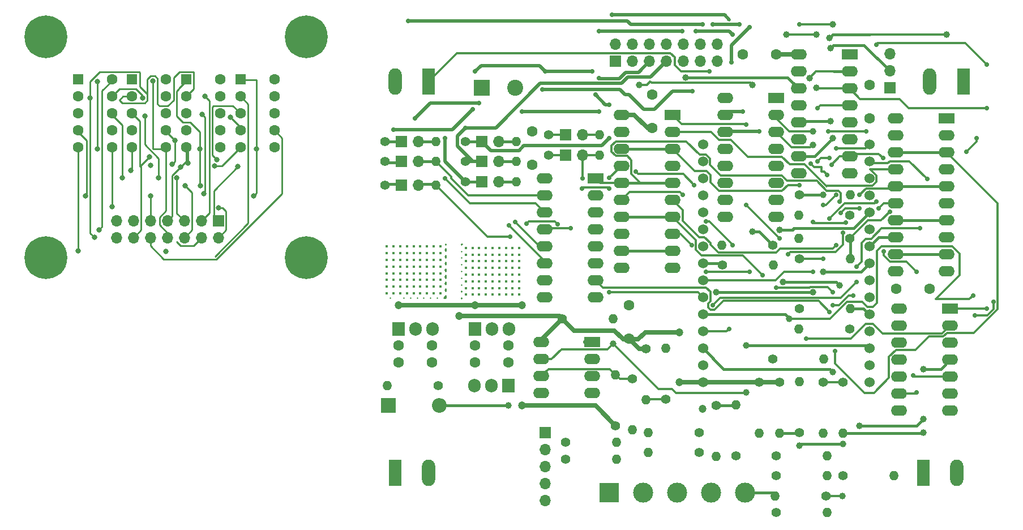
<source format=gbr>
%TF.GenerationSoftware,KiCad,Pcbnew,5.1.10-88a1d61d58~90~ubuntu20.04.1*%
%TF.CreationDate,2021-11-05T17:14:26+01:00*%
%TF.ProjectId,menelaos-v2,6d656e65-6c61-46f7-932d-76322e6b6963,rev?*%
%TF.SameCoordinates,Original*%
%TF.FileFunction,Copper,L1,Top*%
%TF.FilePolarity,Positive*%
%FSLAX46Y46*%
G04 Gerber Fmt 4.6, Leading zero omitted, Abs format (unit mm)*
G04 Created by KiCad (PCBNEW 5.1.10-88a1d61d58~90~ubuntu20.04.1) date 2021-11-05 17:14:26*
%MOMM*%
%LPD*%
G01*
G04 APERTURE LIST*
%TA.AperFunction,ComponentPad*%
%ADD10O,1.700000X1.700000*%
%TD*%
%TA.AperFunction,ComponentPad*%
%ADD11R,1.700000X1.700000*%
%TD*%
%TA.AperFunction,ComponentPad*%
%ADD12C,0.800000*%
%TD*%
%TA.AperFunction,ComponentPad*%
%ADD13C,6.400000*%
%TD*%
%TA.AperFunction,ComponentPad*%
%ADD14C,1.600000*%
%TD*%
%TA.AperFunction,ComponentPad*%
%ADD15R,1.600000X1.600000*%
%TD*%
%TA.AperFunction,ComponentPad*%
%ADD16R,2.400000X2.400000*%
%TD*%
%TA.AperFunction,ComponentPad*%
%ADD17C,2.400000*%
%TD*%
%TA.AperFunction,ComponentPad*%
%ADD18R,2.200000X2.200000*%
%TD*%
%TA.AperFunction,ComponentPad*%
%ADD19O,2.200000X2.200000*%
%TD*%
%TA.AperFunction,ComponentPad*%
%ADD20C,3.000000*%
%TD*%
%TA.AperFunction,ComponentPad*%
%ADD21R,3.000000X3.000000*%
%TD*%
%TA.AperFunction,ComponentPad*%
%ADD22R,1.905000X2.000000*%
%TD*%
%TA.AperFunction,ComponentPad*%
%ADD23O,1.905000X2.000000*%
%TD*%
%TA.AperFunction,ComponentPad*%
%ADD24O,1.400000X1.400000*%
%TD*%
%TA.AperFunction,ComponentPad*%
%ADD25C,1.400000*%
%TD*%
%TA.AperFunction,ComponentPad*%
%ADD26R,1.980000X3.960000*%
%TD*%
%TA.AperFunction,ComponentPad*%
%ADD27O,1.980000X3.960000*%
%TD*%
%TA.AperFunction,ComponentPad*%
%ADD28R,2.400000X1.600000*%
%TD*%
%TA.AperFunction,ComponentPad*%
%ADD29O,2.400000X1.600000*%
%TD*%
%TA.AperFunction,ComponentPad*%
%ADD30C,1.524000*%
%TD*%
%TA.AperFunction,ViaPad*%
%ADD31C,0.800000*%
%TD*%
%TA.AperFunction,ViaPad*%
%ADD32C,0.400000*%
%TD*%
%TA.AperFunction,ViaPad*%
%ADD33C,1.200000*%
%TD*%
%TA.AperFunction,ViaPad*%
%ADD34C,1.000000*%
%TD*%
%TA.AperFunction,ViaPad*%
%ADD35C,0.700000*%
%TD*%
%TA.AperFunction,ViaPad*%
%ADD36C,0.500000*%
%TD*%
%TA.AperFunction,Conductor*%
%ADD37C,0.250000*%
%TD*%
%TA.AperFunction,Conductor*%
%ADD38C,0.700000*%
%TD*%
%TA.AperFunction,Conductor*%
%ADD39C,0.450000*%
%TD*%
%TA.AperFunction,Conductor*%
%ADD40C,0.350000*%
%TD*%
%TA.AperFunction,Conductor*%
%ADD41C,0.550000*%
%TD*%
%TA.AperFunction,NonConductor*%
%ADD42C,0.254000*%
%TD*%
%TA.AperFunction,NonConductor*%
%ADD43C,0.100000*%
%TD*%
G04 APERTURE END LIST*
D10*
%TO.P,J21,8*%
%TO.N,N/C*%
X92840000Y-93920000D03*
%TO.P,J21,7*%
X92840000Y-91380000D03*
%TO.P,J21,9*%
X95380000Y-93920000D03*
%TO.P,J21,6*%
X95380000Y-91380000D03*
%TO.P,J21,10*%
X97920000Y-93920000D03*
%TO.P,J21,5*%
X97920000Y-91380000D03*
%TO.P,J21,11*%
X100460000Y-93920000D03*
%TO.P,J21,4*%
X100460000Y-91380000D03*
%TO.P,J21,12*%
X103000000Y-93920000D03*
%TO.P,J21,3*%
X103000000Y-91380000D03*
%TO.P,J21,13*%
X105540000Y-93920000D03*
%TO.P,J21,2*%
X105540000Y-91380000D03*
%TO.P,J21,14*%
X108080000Y-93920000D03*
D11*
%TO.P,J21,1*%
X108080000Y-91380000D03*
%TD*%
D12*
%TO.P,H4,1*%
%TO.N,N/C*%
X122977056Y-95182944D03*
X121280000Y-94480000D03*
X119582944Y-95182944D03*
X118880000Y-96880000D03*
X119582944Y-98577056D03*
X121280000Y-99280000D03*
X122977056Y-98577056D03*
X123680000Y-96880000D03*
D13*
X121280000Y-96880000D03*
%TD*%
D12*
%TO.P,H2,1*%
%TO.N,N/C*%
X83977056Y-62182944D03*
X82280000Y-61480000D03*
X80582944Y-62182944D03*
X79880000Y-63880000D03*
X80582944Y-65577056D03*
X82280000Y-66280000D03*
X83977056Y-65577056D03*
X84680000Y-63880000D03*
D13*
X82280000Y-63880000D03*
%TD*%
D12*
%TO.P,H1,1*%
%TO.N,N/C*%
X122977056Y-62182944D03*
X121280000Y-61480000D03*
X119582944Y-62182944D03*
X118880000Y-63880000D03*
X119582944Y-65577056D03*
X121280000Y-66280000D03*
X122977056Y-65577056D03*
X123680000Y-63880000D03*
D13*
X121280000Y-63880000D03*
%TD*%
D12*
%TO.P,H3,1*%
%TO.N,N/C*%
X83977056Y-95182944D03*
X82280000Y-94480000D03*
X80582944Y-95182944D03*
X79880000Y-96880000D03*
X80582944Y-98577056D03*
X82280000Y-99280000D03*
X83977056Y-98577056D03*
X84680000Y-96880000D03*
D13*
X82280000Y-96880000D03*
%TD*%
D14*
%TO.P,U14,10*%
%TO.N,N/C*%
X92180000Y-70220000D03*
%TO.P,U14,9*%
X92180000Y-72760000D03*
%TO.P,U14,8*%
X92180000Y-75300000D03*
%TO.P,U14,7*%
X92180000Y-77840000D03*
%TO.P,U14,6*%
X92180000Y-80380000D03*
%TO.P,U14,5*%
X87100000Y-80380000D03*
%TO.P,U14,4*%
X87100000Y-77840000D03*
%TO.P,U14,3*%
X87100000Y-75300000D03*
%TO.P,U14,2*%
X87100000Y-72760000D03*
D15*
%TO.P,U14,1*%
X87100000Y-70220000D03*
%TD*%
%TO.P,U12,1*%
%TO.N,N/C*%
X111400000Y-70220000D03*
D14*
%TO.P,U12,2*%
X111400000Y-72760000D03*
%TO.P,U12,3*%
X111400000Y-75300000D03*
%TO.P,U12,4*%
X111400000Y-77840000D03*
%TO.P,U12,5*%
X111400000Y-80380000D03*
%TO.P,U12,6*%
X116480000Y-80380000D03*
%TO.P,U12,7*%
X116480000Y-77840000D03*
%TO.P,U12,8*%
X116480000Y-75300000D03*
%TO.P,U12,9*%
X116480000Y-72760000D03*
%TO.P,U12,10*%
X116480000Y-70220000D03*
%TD*%
%TO.P,U10,10*%
%TO.N,N/C*%
X108380000Y-70220000D03*
%TO.P,U10,9*%
X108380000Y-72760000D03*
%TO.P,U10,8*%
X108380000Y-75300000D03*
%TO.P,U10,7*%
X108380000Y-77840000D03*
%TO.P,U10,6*%
X108380000Y-80380000D03*
%TO.P,U10,5*%
X103300000Y-80380000D03*
%TO.P,U10,4*%
X103300000Y-77840000D03*
%TO.P,U10,3*%
X103300000Y-75300000D03*
%TO.P,U10,2*%
X103300000Y-72760000D03*
D15*
%TO.P,U10,1*%
X103300000Y-70220000D03*
%TD*%
%TO.P,U8,1*%
%TO.N,N/C*%
X95200000Y-70220000D03*
D14*
%TO.P,U8,2*%
X95200000Y-72760000D03*
%TO.P,U8,3*%
X95200000Y-75300000D03*
%TO.P,U8,4*%
X95200000Y-77840000D03*
%TO.P,U8,5*%
X95200000Y-80380000D03*
%TO.P,U8,6*%
X100280000Y-80380000D03*
%TO.P,U8,7*%
X100280000Y-77840000D03*
%TO.P,U8,8*%
X100280000Y-75300000D03*
%TO.P,U8,9*%
X100280000Y-72760000D03*
%TO.P,U8,10*%
X100280000Y-70220000D03*
%TD*%
D16*
%TO.P,C2,1*%
%TO.N,+5VL*%
X147500000Y-71500000D03*
D17*
%TO.P,C2,2*%
%TO.N,GND*%
X152500000Y-71500000D03*
%TD*%
D18*
%TO.P,D1,1*%
%TO.N,+12V*%
X133500000Y-119000000D03*
D19*
%TO.P,D1,2*%
%TO.N,Net-(D1-Pad2)*%
X141120000Y-119000000D03*
%TD*%
D11*
%TO.P,J1,1*%
%TO.N,GND*%
X157000000Y-123000000D03*
D10*
%TO.P,J1,2*%
X157000000Y-125540000D03*
%TO.P,J1,3*%
X157000000Y-128080000D03*
%TO.P,J1,4*%
X157000000Y-130620000D03*
%TO.P,J1,5*%
X157000000Y-133160000D03*
%TD*%
%TO.P,J2,2*%
%TO.N,a*%
X162540000Y-81500000D03*
D11*
%TO.P,J2,1*%
%TO.N,_a*%
X160000000Y-81500000D03*
%TD*%
%TO.P,J3,1*%
%TO.N,_b*%
X147500000Y-85500000D03*
D10*
%TO.P,J3,2*%
%TO.N,b*%
X150040000Y-85500000D03*
%TD*%
%TO.P,J4,2*%
%TO.N,c*%
X150040000Y-79500000D03*
D11*
%TO.P,J4,1*%
%TO.N,_c*%
X147500000Y-79500000D03*
%TD*%
%TO.P,J5,1*%
%TO.N,_d*%
X147500000Y-82500000D03*
D10*
%TO.P,J5,2*%
%TO.N,d*%
X150040000Y-82500000D03*
%TD*%
%TO.P,J6,2*%
%TO.N,e*%
X138040000Y-86000000D03*
D11*
%TO.P,J6,1*%
%TO.N,_e*%
X135500000Y-86000000D03*
%TD*%
%TO.P,J7,1*%
%TO.N,_f*%
X135500000Y-82500000D03*
D10*
%TO.P,J7,2*%
%TO.N,f*%
X138040000Y-82500000D03*
%TD*%
D11*
%TO.P,J8,1*%
%TO.N,_g*%
X135500000Y-79500000D03*
D10*
%TO.P,J8,2*%
%TO.N,g*%
X138040000Y-79500000D03*
%TD*%
%TO.P,J9,2*%
%TO.N,_dpBoard*%
X162540000Y-78500000D03*
D11*
%TO.P,J9,1*%
%TO.N,_dp*%
X160000000Y-78500000D03*
%TD*%
%TO.P,J10,1*%
%TO.N,blue*%
X208500000Y-71500000D03*
D10*
%TO.P,J10,2*%
%TO.N,Net-(J10-Pad2)*%
X208500000Y-68960000D03*
%TO.P,J10,3*%
%TO.N,GND*%
X208500000Y-66420000D03*
%TD*%
D11*
%TO.P,J11,1*%
%TO.N,_a*%
X167500000Y-67500000D03*
D10*
%TO.P,J11,14*%
%TO.N,thousands*%
X167500000Y-64960000D03*
%TO.P,J11,2*%
%TO.N,_b*%
X170040000Y-67500000D03*
%TO.P,J11,13*%
%TO.N,hundreds*%
X170040000Y-64960000D03*
%TO.P,J11,3*%
%TO.N,_c*%
X172580000Y-67500000D03*
%TO.P,J11,12*%
%TO.N,tens*%
X172580000Y-64960000D03*
%TO.P,J11,4*%
%TO.N,_d*%
X175120000Y-67500000D03*
%TO.P,J11,11*%
%TO.N,ones*%
X175120000Y-64960000D03*
%TO.P,J11,5*%
%TO.N,_e*%
X177660000Y-67500000D03*
%TO.P,J11,10*%
%TO.N,_dp*%
X177660000Y-64960000D03*
%TO.P,J11,6*%
%TO.N,_f*%
X180200000Y-67500000D03*
%TO.P,J11,9*%
%TO.N,_g*%
X180200000Y-64960000D03*
%TO.P,J11,7*%
%TO.N,Net-(J11-Pad7)*%
X182740000Y-67500000D03*
%TO.P,J11,8*%
%TO.N,Net-(J11-Pad8)*%
X182740000Y-64960000D03*
%TD*%
D20*
%TO.P,J23,2*%
%TO.N,white*%
X171580000Y-132000000D03*
%TO.P,J23,3*%
%TO.N,blue*%
X176660000Y-132000000D03*
D21*
%TO.P,J23,1*%
%TO.N,red*%
X166500000Y-132000000D03*
D20*
%TO.P,J23,4*%
%TO.N,yellow*%
X181740000Y-132000000D03*
%TO.P,J23,5*%
%TO.N,black*%
X186820000Y-132000000D03*
%TD*%
D14*
%TO.P,Murata-Ceramic-Capacitor-50v1-22uF1,2*%
%TO.N,GND*%
X146500000Y-112500000D03*
%TO.P,Murata-Ceramic-Capacitor-50v1-22uF1,1*%
%TO.N,+12V*%
X146500000Y-110000000D03*
%TD*%
%TO.P,Murata-Ceramic-Capacitor-50v1-22uF2,1*%
%TO.N,+12V*%
X135000000Y-110000000D03*
%TO.P,Murata-Ceramic-Capacitor-50v1-22uF2,2*%
%TO.N,GND*%
X135000000Y-112500000D03*
%TD*%
%TO.P,Murata-Ceramic-Capacitor-50v1-22uF3,1*%
%TO.N,blue*%
X151500000Y-110000000D03*
%TO.P,Murata-Ceramic-Capacitor-50v1-22uF3,2*%
%TO.N,GND*%
X151500000Y-112500000D03*
%TD*%
%TO.P,Murata-Ceramic-Capacitor-50v1-22uF4,2*%
%TO.N,GND*%
X140000000Y-112500000D03*
%TO.P,Murata-Ceramic-Capacitor-50v1-22uF4,1*%
%TO.N,+5VL*%
X140000000Y-110000000D03*
%TD*%
D22*
%TO.P,Q1,1*%
%TO.N,Net-(D1-Pad2)*%
X151500000Y-116000000D03*
D23*
%TO.P,Q1,2*%
%TO.N,Net-(Q1-Pad2)*%
X148960000Y-116000000D03*
%TO.P,Q1,3*%
%TO.N,+12V*%
X146420000Y-116000000D03*
%TD*%
D24*
%TO.P,R1,2*%
%TO.N,_onesBoard*%
X183380000Y-95000000D03*
D25*
%TO.P,R1,1*%
%TO.N,_ones*%
X191000000Y-95000000D03*
%TD*%
%TO.P,R2,1*%
%TO.N,_onesBoard*%
X183500000Y-98000000D03*
D24*
%TO.P,R2,2*%
%TO.N,GND*%
X191120000Y-98000000D03*
%TD*%
%TO.P,R3,2*%
%TO.N,_tensBoard*%
X202620000Y-87500000D03*
D25*
%TO.P,R3,1*%
%TO.N,_tens*%
X195000000Y-87500000D03*
%TD*%
%TO.P,R4,1*%
%TO.N,_tensBoard*%
X202500000Y-90500000D03*
D24*
%TO.P,R4,2*%
%TO.N,GND*%
X194880000Y-90500000D03*
%TD*%
%TO.P,R5,2*%
%TO.N,_hundredsBoard*%
X202620000Y-97000000D03*
D25*
%TO.P,R5,1*%
%TO.N,_hundreds*%
X195000000Y-97000000D03*
%TD*%
%TO.P,R6,1*%
%TO.N,_hundredsBoard*%
X202500000Y-94000000D03*
D24*
%TO.P,R6,2*%
%TO.N,GND*%
X194880000Y-94000000D03*
%TD*%
%TO.P,R7,2*%
%TO.N,_thousandsBoard*%
X202620000Y-104500000D03*
D25*
%TO.P,R7,1*%
%TO.N,_thousands*%
X195000000Y-104500000D03*
%TD*%
%TO.P,R8,1*%
%TO.N,_thousandsBoard*%
X202500000Y-107500000D03*
D24*
%TO.P,R8,2*%
%TO.N,GND*%
X194880000Y-107500000D03*
%TD*%
%TO.P,R9,2*%
%TO.N,GND*%
X133380000Y-116000000D03*
D25*
%TO.P,R9,1*%
%TO.N,Net-(D1-Pad2)*%
X141000000Y-116000000D03*
%TD*%
%TO.P,R21,1*%
%TO.N,+5VL*%
X159500000Y-106000000D03*
D24*
%TO.P,R21,2*%
%TO.N,_save*%
X167120000Y-106000000D03*
%TD*%
%TO.P,R11,2*%
%TO.N,Net-(R11-Pad2)*%
X192000000Y-123120000D03*
D25*
%TO.P,R11,1*%
%TO.N,+5VL*%
X192000000Y-115500000D03*
%TD*%
%TO.P,R12,1*%
%TO.N,Net-(R11-Pad2)*%
X201500000Y-129500000D03*
D24*
%TO.P,R12,2*%
%TO.N,GND*%
X209120000Y-129500000D03*
%TD*%
D25*
%TO.P,R13,1*%
%TO.N,+5VL*%
X191000000Y-112000000D03*
D24*
%TO.P,R13,2*%
%TO.N,Net-(R13-Pad2)*%
X198620000Y-112000000D03*
%TD*%
D25*
%TO.P,R14,1*%
%TO.N,Net-(R11-Pad2)*%
X195000000Y-123000000D03*
D24*
%TO.P,R14,2*%
%TO.N,_zero*%
X195000000Y-115380000D03*
%TD*%
%TO.P,R15,2*%
%TO.N,GND*%
X198500000Y-123120000D03*
D25*
%TO.P,R15,1*%
%TO.N,Net-(R13-Pad2)*%
X198500000Y-115500000D03*
%TD*%
D24*
%TO.P,R16,2*%
%TO.N,Net-(R16-Pad2)*%
X189000000Y-123120000D03*
D25*
%TO.P,R16,1*%
%TO.N,+5VL*%
X189000000Y-115500000D03*
%TD*%
%TO.P,R17,1*%
%TO.N,Net-(R16-Pad2)*%
X191500000Y-129500000D03*
D24*
%TO.P,R17,2*%
%TO.N,GND*%
X199120000Y-129500000D03*
%TD*%
%TO.P,R18,2*%
%TO.N,_mode*%
X201500000Y-123120000D03*
D25*
%TO.P,R18,1*%
%TO.N,Net-(R13-Pad2)*%
X201500000Y-115500000D03*
%TD*%
%TO.P,R19,1*%
%TO.N,Net-(R16-Pad2)*%
X191500000Y-126500000D03*
D24*
%TO.P,R19,2*%
%TO.N,_config*%
X199120000Y-126500000D03*
%TD*%
D26*
%TO.P,S1,1*%
%TO.N,_zero*%
X219500000Y-70500000D03*
D27*
%TO.P,S1,2*%
%TO.N,GND*%
X214500000Y-70500000D03*
%TD*%
%TO.P,S2,2*%
%TO.N,GND*%
X218500000Y-129000000D03*
D26*
%TO.P,S2,1*%
%TO.N,_mode*%
X213500000Y-129000000D03*
%TD*%
%TO.P,S3,1*%
%TO.N,_config*%
X139500000Y-70500000D03*
D27*
%TO.P,S3,2*%
%TO.N,GND*%
X134500000Y-70500000D03*
%TD*%
%TO.P,S4,2*%
%TO.N,Net-(Q1-Pad2)*%
X139500000Y-129000000D03*
D26*
%TO.P,S4,1*%
%TO.N,GND*%
X134500000Y-129000000D03*
%TD*%
D28*
%TO.P,U4,1*%
%TO.N,_thousands*%
X176000000Y-75500000D03*
D29*
%TO.P,U4,11*%
%TO.N,_a4*%
X168380000Y-98360000D03*
%TO.P,U4,2*%
%TO.N,_a1*%
X176000000Y-78040000D03*
%TO.P,U4,12*%
%TO.N,/7-segmet-display/BCD_out4*%
X168380000Y-95820000D03*
%TO.P,U4,3*%
%TO.N,/7-segmet-display/BCD_out1*%
X176000000Y-80580000D03*
%TO.P,U4,13*%
%TO.N,_a3*%
X168380000Y-93280000D03*
%TO.P,U4,4*%
%TO.N,_a2*%
X176000000Y-83120000D03*
%TO.P,U4,14*%
%TO.N,/7-segmet-display/BCD_out3*%
X168380000Y-90740000D03*
%TO.P,U4,5*%
%TO.N,/7-segmet-display/BCD_out2*%
X176000000Y-85660000D03*
%TO.P,U4,15*%
%TO.N,_a2*%
X168380000Y-88200000D03*
%TO.P,U4,6*%
%TO.N,_a3*%
X176000000Y-88200000D03*
%TO.P,U4,16*%
%TO.N,/7-segmet-display/BCD_out2*%
X168380000Y-85660000D03*
%TO.P,U4,7*%
%TO.N,/7-segmet-display/BCD_out3*%
X176000000Y-90740000D03*
%TO.P,U4,17*%
%TO.N,_a1*%
X168380000Y-83120000D03*
%TO.P,U4,8*%
%TO.N,_a4*%
X176000000Y-93280000D03*
%TO.P,U4,18*%
%TO.N,/7-segmet-display/BCD_out1*%
X168380000Y-80580000D03*
%TO.P,U4,9*%
%TO.N,/7-segmet-display/BCD_out4*%
X176000000Y-95820000D03*
%TO.P,U4,19*%
%TO.N,_ones*%
X168380000Y-78040000D03*
%TO.P,U4,10*%
%TO.N,GND*%
X176000000Y-98360000D03*
%TO.P,U4,20*%
%TO.N,blue*%
X168380000Y-75500000D03*
%TD*%
D28*
%TO.P,U5,1*%
%TO.N,Net-(U5-Pad1)*%
X202500000Y-66500000D03*
D29*
%TO.P,U5,9*%
%TO.N,Net-(U5-Pad9)*%
X194880000Y-84280000D03*
%TO.P,U5,2*%
%TO.N,Net-(U5-Pad2)*%
X202500000Y-69040000D03*
%TO.P,U5,10*%
%TO.N,Net-(U5-Pad10)*%
X194880000Y-81740000D03*
%TO.P,U5,3*%
%TO.N,Net-(U5-Pad3)*%
X202500000Y-71580000D03*
%TO.P,U5,11*%
%TO.N,Net-(U5-Pad11)*%
X194880000Y-79200000D03*
%TO.P,U5,4*%
%TO.N,Net-(U5-Pad4)*%
X202500000Y-74120000D03*
%TO.P,U5,12*%
%TO.N,Net-(J10-Pad2)*%
X194880000Y-76660000D03*
%TO.P,U5,5*%
%TO.N,Net-(U5-Pad5)*%
X202500000Y-76660000D03*
%TO.P,U5,13*%
%TO.N,GND*%
X194880000Y-74120000D03*
%TO.P,U5,6*%
%TO.N,Net-(U5-Pad6)*%
X202500000Y-79200000D03*
%TO.P,U5,14*%
%TO.N,_clk*%
X194880000Y-71580000D03*
%TO.P,U5,7*%
%TO.N,Net-(U5-Pad7)*%
X202500000Y-81740000D03*
%TO.P,U5,15*%
%TO.N,Net-(U5-Pad10)*%
X194880000Y-69040000D03*
%TO.P,U5,8*%
%TO.N,GND*%
X202500000Y-84280000D03*
%TO.P,U5,16*%
%TO.N,blue*%
X194880000Y-66500000D03*
%TD*%
D28*
%TO.P,U6,1*%
%TO.N,Net-(U5-Pad3)*%
X217500000Y-104500000D03*
D29*
%TO.P,U6,8*%
%TO.N,_hundreds*%
X209880000Y-119740000D03*
%TO.P,U6,2*%
%TO.N,_thousands*%
X217500000Y-107040000D03*
%TO.P,U6,9*%
%TO.N,Net-(U5-Pad7)*%
X209880000Y-117200000D03*
%TO.P,U6,3*%
%TO.N,Net-(U5-Pad2)*%
X217500000Y-109580000D03*
%TO.P,U6,10*%
%TO.N,N/C*%
X209880000Y-114660000D03*
%TO.P,U6,4*%
%TO.N,_ones*%
X217500000Y-112120000D03*
%TO.P,U6,11*%
%TO.N,N/C*%
X209880000Y-112120000D03*
%TO.P,U6,5*%
%TO.N,Net-(U5-Pad4)*%
X217500000Y-114660000D03*
%TO.P,U6,12*%
%TO.N,N/C*%
X209880000Y-109580000D03*
%TO.P,U6,6*%
%TO.N,_tens*%
X217500000Y-117200000D03*
%TO.P,U6,13*%
%TO.N,N/C*%
X209880000Y-107040000D03*
%TO.P,U6,7*%
%TO.N,GND*%
X217500000Y-119740000D03*
%TO.P,U6,14*%
%TO.N,blue*%
X209880000Y-104500000D03*
%TD*%
D28*
%TO.P,U7,1*%
%TO.N,/7-segmet-display/BCD_out2*%
X164500000Y-85000000D03*
D29*
%TO.P,U7,9*%
%TO.N,e*%
X156880000Y-102780000D03*
%TO.P,U7,2*%
%TO.N,/7-segmet-display/BCD_out3*%
X164500000Y-87540000D03*
%TO.P,U7,10*%
%TO.N,d*%
X156880000Y-100240000D03*
%TO.P,U7,3*%
%TO.N,blue*%
X164500000Y-90080000D03*
%TO.P,U7,11*%
%TO.N,c*%
X156880000Y-97700000D03*
%TO.P,U7,4*%
%TO.N,blue*%
X164500000Y-92620000D03*
%TO.P,U7,12*%
%TO.N,b*%
X156880000Y-95160000D03*
%TO.P,U7,5*%
%TO.N,GND*%
X164500000Y-95160000D03*
%TO.P,U7,13*%
%TO.N,a*%
X156880000Y-92620000D03*
%TO.P,U7,6*%
%TO.N,/7-segmet-display/BCD_out4*%
X164500000Y-97700000D03*
%TO.P,U7,14*%
%TO.N,g*%
X156880000Y-90080000D03*
%TO.P,U7,7*%
%TO.N,/7-segmet-display/BCD_out1*%
X164500000Y-100240000D03*
%TO.P,U7,15*%
%TO.N,f*%
X156880000Y-87540000D03*
%TO.P,U7,8*%
%TO.N,GND*%
X164500000Y-102780000D03*
%TO.P,U7,16*%
%TO.N,blue*%
X156880000Y-85000000D03*
%TD*%
%TO.P,U8,20*%
%TO.N,blue*%
X209380000Y-76000000D03*
%TO.P,U8,10*%
%TO.N,GND*%
X217000000Y-98860000D03*
%TO.P,U8,19*%
%TO.N,_hundreds*%
X209380000Y-78540000D03*
%TO.P,U8,9*%
%TO.N,/7-segmet-display/BCD_out4*%
X217000000Y-96320000D03*
%TO.P,U8,18*%
%TO.N,/7-segmet-display/BCD_out1*%
X209380000Y-81080000D03*
%TO.P,U8,8*%
%TO.N,_a4*%
X217000000Y-93780000D03*
%TO.P,U8,17*%
%TO.N,_a1*%
X209380000Y-83620000D03*
%TO.P,U8,7*%
%TO.N,/7-segmet-display/BCD_out3*%
X217000000Y-91240000D03*
%TO.P,U8,16*%
%TO.N,/7-segmet-display/BCD_out2*%
X209380000Y-86160000D03*
%TO.P,U8,6*%
%TO.N,_a3*%
X217000000Y-88700000D03*
%TO.P,U8,15*%
%TO.N,_a2*%
X209380000Y-88700000D03*
%TO.P,U8,5*%
%TO.N,/7-segmet-display/BCD_out2*%
X217000000Y-86160000D03*
%TO.P,U8,14*%
%TO.N,/7-segmet-display/BCD_out3*%
X209380000Y-91240000D03*
%TO.P,U8,4*%
%TO.N,_a2*%
X217000000Y-83620000D03*
%TO.P,U8,13*%
%TO.N,_a3*%
X209380000Y-93780000D03*
%TO.P,U8,3*%
%TO.N,/7-segmet-display/BCD_out1*%
X217000000Y-81080000D03*
%TO.P,U8,12*%
%TO.N,/7-segmet-display/BCD_out4*%
X209380000Y-96320000D03*
%TO.P,U8,2*%
%TO.N,_a1*%
X217000000Y-78540000D03*
%TO.P,U8,11*%
%TO.N,_a4*%
X209380000Y-98860000D03*
D28*
%TO.P,U8,1*%
%TO.N,_tens*%
X217000000Y-76000000D03*
%TD*%
D29*
%TO.P,U9,16*%
%TO.N,thousands*%
X183880000Y-73000000D03*
%TO.P,U9,8*%
%TO.N,GND*%
X191500000Y-90780000D03*
%TO.P,U9,15*%
%TO.N,ones*%
X183880000Y-75540000D03*
%TO.P,U9,7*%
%TO.N,Net-(U9-Pad7)*%
X191500000Y-88240000D03*
%TO.P,U9,14*%
%TO.N,tens*%
X183880000Y-78080000D03*
%TO.P,U9,6*%
%TO.N,Net-(U9-Pad6)*%
X191500000Y-85700000D03*
%TO.P,U9,13*%
%TO.N,hundreds*%
X183880000Y-80620000D03*
%TO.P,U9,5*%
%TO.N,Net-(U9-Pad5)*%
X191500000Y-83160000D03*
%TO.P,U9,12*%
%TO.N,Net-(U9-Pad12)*%
X183880000Y-83160000D03*
%TO.P,U9,4*%
%TO.N,Net-(U5-Pad7)*%
X191500000Y-80620000D03*
%TO.P,U9,11*%
%TO.N,Net-(U9-Pad11)*%
X183880000Y-85700000D03*
%TO.P,U9,3*%
%TO.N,Net-(U5-Pad4)*%
X191500000Y-78080000D03*
%TO.P,U9,10*%
%TO.N,Net-(U9-Pad10)*%
X183880000Y-88240000D03*
%TO.P,U9,2*%
%TO.N,Net-(U5-Pad2)*%
X191500000Y-75540000D03*
%TO.P,U9,9*%
%TO.N,Net-(U9-Pad9)*%
X183880000Y-90780000D03*
D28*
%TO.P,U9,1*%
%TO.N,Net-(U5-Pad3)*%
X191500000Y-73000000D03*
%TD*%
%TO.P,U1,1*%
%TO.N,Net-(U1-Pad1)*%
X164000000Y-109500000D03*
D29*
%TO.P,U1,5*%
%TO.N,Net-(R22-Pad2)*%
X156380000Y-117120000D03*
%TO.P,U1,2*%
%TO.N,Net-(U1-Pad2)*%
X164000000Y-112040000D03*
%TO.P,U1,6*%
%TO.N,Net-(R10-Pad2)*%
X156380000Y-114580000D03*
%TO.P,U1,3*%
%TO.N,Net-(U1-Pad3)*%
X164000000Y-114580000D03*
%TO.P,U1,7*%
%TO.N,_save*%
X156380000Y-112040000D03*
%TO.P,U1,4*%
%TO.N,GND*%
X164000000Y-117120000D03*
%TO.P,U1,8*%
%TO.N,+5VL*%
X156380000Y-109500000D03*
%TD*%
D30*
%TO.P,U24,1*%
%TO.N,Net-(U24-Pad1)*%
X180554000Y-79966000D03*
%TO.P,U24,2*%
%TO.N,Net-(U24-Pad2)*%
X180554000Y-82506000D03*
%TO.P,U24,3*%
%TO.N,Net-(U24-Pad3)*%
X180554000Y-85046000D03*
%TO.P,U24,4*%
%TO.N,_config*%
X180554000Y-87586000D03*
%TO.P,U24,5*%
%TO.N,Net-(U24-Pad5)*%
X180554000Y-90126000D03*
%TO.P,U24,6*%
%TO.N,_clk*%
X180554000Y-92666000D03*
%TO.P,U24,7*%
%TO.N,Net-(U24-Pad7)*%
X180554000Y-95206000D03*
%TO.P,U24,8*%
%TO.N,_onesBoard*%
X180554000Y-97746000D03*
%TO.P,U24,9*%
%TO.N,_a2*%
X180554000Y-100286000D03*
%TO.P,U24,10*%
%TO.N,_a1*%
X180554000Y-102826000D03*
%TO.P,U24,11*%
%TO.N,_zero*%
X180554000Y-105366000D03*
%TO.P,U24,12*%
%TO.N,_dpBoard*%
X180554000Y-107906000D03*
%TO.P,U24,13*%
%TO.N,_mode*%
X180554000Y-110446000D03*
%TO.P,U24,14*%
%TO.N,GND*%
X180554000Y-112986000D03*
X180554000Y-112986000D03*
%TO.P,U24,15*%
%TO.N,+5VL*%
X180554000Y-115526000D03*
%TO.P,U24,16*%
%TO.N,+3V3*%
X205446000Y-115526000D03*
%TO.P,U24,17*%
%TO.N,GND*%
X205446000Y-112986000D03*
%TO.P,U24,18*%
%TO.N,_save*%
X205446000Y-110446000D03*
%TO.P,U24,19*%
%TO.N,Net-(U24-Pad19)*%
X205446000Y-107906000D03*
%TO.P,U24,20*%
%TO.N,_thousandsBoard*%
X205446000Y-105366000D03*
%TO.P,U24,21*%
%TO.N,Net-(U24-Pad21)*%
X205446000Y-102826000D03*
%TO.P,U24,22*%
%TO.N,Net-(U24-Pad22)*%
X205446000Y-100286000D03*
%TO.P,U24,23*%
%TO.N,_chB*%
X205446000Y-97746000D03*
%TO.P,U24,24*%
%TO.N,_a3*%
X205446000Y-95206000D03*
%TO.P,U24,25*%
%TO.N,_a4*%
X205446000Y-92666000D03*
%TO.P,U24,26*%
%TO.N,_chA*%
X205446000Y-90126000D03*
%TO.P,U24,27*%
%TO.N,Net-(U24-Pad27)*%
X205446000Y-87586000D03*
%TO.P,U24,28*%
%TO.N,Net-(U24-Pad28)*%
X205446000Y-85046000D03*
%TO.P,U24,29*%
%TO.N,_hundredsBoard*%
X205446000Y-82506000D03*
%TO.P,U24,30*%
%TO.N,_tensBoard*%
X205446000Y-79966000D03*
%TD*%
D14*
%TO.P,C1,2*%
%TO.N,GND*%
X169500000Y-104000000D03*
%TO.P,C1,1*%
%TO.N,+5VL*%
X169500000Y-109000000D03*
%TD*%
%TO.P,C3,1*%
%TO.N,blue*%
X191500000Y-66500000D03*
%TO.P,C3,2*%
%TO.N,GND*%
X186500000Y-66500000D03*
%TD*%
%TO.P,C4,1*%
%TO.N,blue*%
X173000000Y-77500000D03*
%TO.P,C4,2*%
%TO.N,GND*%
X173000000Y-72500000D03*
%TD*%
%TO.P,C5,2*%
%TO.N,GND*%
X205500000Y-71000000D03*
%TO.P,C5,1*%
%TO.N,blue*%
X205500000Y-76000000D03*
%TD*%
%TO.P,C6,2*%
%TO.N,GND*%
X155000000Y-78000000D03*
%TO.P,C6,1*%
%TO.N,blue*%
X155000000Y-83000000D03*
%TD*%
%TO.P,C7,1*%
%TO.N,blue*%
X209500000Y-101500000D03*
%TO.P,C7,2*%
%TO.N,GND*%
X214500000Y-101500000D03*
%TD*%
D24*
%TO.P,R10,2*%
%TO.N,Net-(R10-Pad2)*%
X167500000Y-114380000D03*
D25*
%TO.P,R10,1*%
%TO.N,+12V*%
X167500000Y-122000000D03*
%TD*%
%TO.P,R20,1*%
%TO.N,Net-(R10-Pad2)*%
X170000000Y-115000000D03*
D24*
%TO.P,R20,2*%
%TO.N,GND*%
X170000000Y-122620000D03*
%TD*%
%TO.P,R22,2*%
%TO.N,Net-(R22-Pad2)*%
X172000000Y-118120000D03*
D25*
%TO.P,R22,1*%
%TO.N,+5VL*%
X172000000Y-110500000D03*
%TD*%
%TO.P,R23,1*%
%TO.N,Net-(R22-Pad2)*%
X175000000Y-118000000D03*
D24*
%TO.P,R23,2*%
%TO.N,GND*%
X175000000Y-110380000D03*
%TD*%
%TO.P,R24,2*%
%TO.N,a*%
X165120000Y-81500000D03*
D25*
%TO.P,R24,1*%
%TO.N,_a*%
X157500000Y-81500000D03*
%TD*%
%TO.P,R25,1*%
%TO.N,_b*%
X145000000Y-85500000D03*
D24*
%TO.P,R25,2*%
%TO.N,b*%
X152620000Y-85500000D03*
%TD*%
%TO.P,R26,2*%
%TO.N,c*%
X152620000Y-79500000D03*
D25*
%TO.P,R26,1*%
%TO.N,_c*%
X145000000Y-79500000D03*
%TD*%
%TO.P,R27,1*%
%TO.N,_d*%
X145000000Y-82500000D03*
D24*
%TO.P,R27,2*%
%TO.N,d*%
X152620000Y-82500000D03*
%TD*%
D25*
%TO.P,R28,1*%
%TO.N,_chA*%
X182500000Y-119000000D03*
D24*
%TO.P,R28,2*%
%TO.N,yellow*%
X182500000Y-126620000D03*
%TD*%
%TO.P,R29,2*%
%TO.N,_chA*%
X185500000Y-118880000D03*
D25*
%TO.P,R29,1*%
%TO.N,GND*%
X185500000Y-126500000D03*
%TD*%
D24*
%TO.P,R30,2*%
%TO.N,red*%
X167620000Y-124500000D03*
D25*
%TO.P,R30,1*%
%TO.N,GND*%
X160000000Y-124500000D03*
%TD*%
D24*
%TO.P,R31,2*%
%TO.N,red*%
X167620000Y-127000000D03*
D25*
%TO.P,R31,1*%
%TO.N,GND*%
X160000000Y-127000000D03*
%TD*%
%TO.P,R32,1*%
%TO.N,_chB*%
X199000000Y-132500000D03*
D24*
%TO.P,R32,2*%
%TO.N,black*%
X191380000Y-132500000D03*
%TD*%
%TO.P,R33,2*%
%TO.N,_chB*%
X199120000Y-135000000D03*
D25*
%TO.P,R33,1*%
%TO.N,GND*%
X191500000Y-135000000D03*
%TD*%
D24*
%TO.P,R34,2*%
%TO.N,white*%
X172380000Y-123000000D03*
D25*
%TO.P,R34,1*%
%TO.N,GND*%
X180000000Y-123000000D03*
%TD*%
%TO.P,R35,1*%
%TO.N,GND*%
X180000000Y-126000000D03*
D24*
%TO.P,R35,2*%
%TO.N,white*%
X172380000Y-126000000D03*
%TD*%
%TO.P,R36,2*%
%TO.N,e*%
X140620000Y-86000000D03*
D25*
%TO.P,R36,1*%
%TO.N,_e*%
X133000000Y-86000000D03*
%TD*%
%TO.P,R37,1*%
%TO.N,_f*%
X133000000Y-82500000D03*
D24*
%TO.P,R37,2*%
%TO.N,f*%
X140620000Y-82500000D03*
%TD*%
D25*
%TO.P,R38,1*%
%TO.N,_g*%
X133000000Y-79500000D03*
D24*
%TO.P,R38,2*%
%TO.N,g*%
X140620000Y-79500000D03*
%TD*%
D25*
%TO.P,R39,1*%
%TO.N,_dp*%
X157500000Y-78500000D03*
D24*
%TO.P,R39,2*%
%TO.N,_dpBoard*%
X165120000Y-78500000D03*
%TD*%
D23*
%TO.P,U2,3*%
%TO.N,blue*%
X151580000Y-107500000D03*
%TO.P,U2,2*%
%TO.N,GND*%
X149040000Y-107500000D03*
D22*
%TO.P,U2,1*%
%TO.N,+12V*%
X146500000Y-107500000D03*
%TD*%
%TO.P,U3,1*%
%TO.N,+12V*%
X135000000Y-107500000D03*
D23*
%TO.P,U3,2*%
%TO.N,GND*%
X137540000Y-107500000D03*
%TO.P,U3,3*%
%TO.N,+5VL*%
X140080000Y-107500000D03*
%TD*%
D31*
%TO.N,*%
X97800000Y-81810000D03*
X107870000Y-82210000D03*
X105680000Y-75480000D03*
X105880000Y-87280000D03*
X89580000Y-93830000D03*
X88930000Y-72980000D03*
X97970000Y-83070000D03*
X97970000Y-83070000D03*
X101180000Y-82880000D03*
X101579999Y-79329999D03*
X109920000Y-75880000D03*
X97980000Y-87630000D03*
X88205000Y-87630000D03*
X98280000Y-70430000D03*
X87080000Y-95880000D03*
X100280000Y-95930000D03*
X107550000Y-83170000D03*
X103510000Y-82690000D03*
X102450000Y-83300000D03*
X95034999Y-83795001D03*
X105330000Y-80630000D03*
X105380000Y-86080000D03*
X103130000Y-86080000D03*
X101880000Y-84930000D03*
X93730000Y-84930000D03*
X97080000Y-75730000D03*
X99130000Y-84930000D03*
X113780000Y-80580000D03*
X113380000Y-87630000D03*
X96740000Y-73010000D03*
X106080000Y-72730000D03*
X92230000Y-89280000D03*
X108130000Y-89380000D03*
X89980000Y-70530000D03*
X89980000Y-80580000D03*
X90230000Y-92680000D03*
X111030000Y-83230000D03*
X116480000Y-70220000D03*
D32*
X133300000Y-95200000D03*
X134300000Y-95200000D03*
X135300000Y-95200000D03*
X136300000Y-95200000D03*
X137300000Y-95200000D03*
X138300000Y-95200000D03*
X139300000Y-95200000D03*
X140300000Y-95200000D03*
X141300000Y-95200000D03*
X133300000Y-96200000D03*
X134300000Y-96200000D03*
X135300000Y-96200000D03*
X136300000Y-96200000D03*
X137300000Y-96200000D03*
X138300000Y-96200000D03*
X139300000Y-96200000D03*
X140300000Y-96200000D03*
X141300000Y-96200000D03*
X133300000Y-97200000D03*
X134300000Y-97200000D03*
X135300000Y-97200000D03*
X136300000Y-97200000D03*
X137300000Y-97200000D03*
X138300000Y-97200000D03*
X139300000Y-97200000D03*
X140300000Y-97200000D03*
X141300000Y-97200000D03*
X133300000Y-98200000D03*
X134300000Y-98200000D03*
X135300000Y-98200000D03*
X136300000Y-98200000D03*
X137300000Y-98200000D03*
X138300000Y-98200000D03*
X139300000Y-98200000D03*
X140300000Y-98200000D03*
X141300000Y-98200000D03*
X133300000Y-99200000D03*
X134300000Y-99200000D03*
X135300000Y-99200000D03*
X136300000Y-99200000D03*
X137300000Y-99200000D03*
X138300000Y-99200000D03*
X139300000Y-99200000D03*
X140300000Y-99200000D03*
X141300000Y-99200000D03*
X133300000Y-100200000D03*
X134300000Y-100200000D03*
X135300000Y-100200000D03*
X136300000Y-100200000D03*
X137300000Y-100200000D03*
X138300000Y-100200000D03*
X139300000Y-100200000D03*
X140300000Y-100200000D03*
X141300000Y-100200000D03*
X133300000Y-101200000D03*
X134300000Y-101200000D03*
X135300000Y-101200000D03*
X136300000Y-101200000D03*
X137300000Y-101200000D03*
X138300000Y-101200000D03*
X139300000Y-101200000D03*
X140300000Y-101200000D03*
X141300000Y-101200000D03*
X133300000Y-102200000D03*
X134300000Y-102200000D03*
X135300000Y-102200000D03*
X136300000Y-102200000D03*
X137300000Y-102200000D03*
X138300000Y-102200000D03*
X139300000Y-102200000D03*
X140300000Y-102200000D03*
X141300000Y-102200000D03*
X147100000Y-100400000D03*
X145100000Y-95400000D03*
X151100000Y-97400000D03*
X151100000Y-100400000D03*
X149100000Y-95400000D03*
X149100000Y-99400000D03*
X146100000Y-96400000D03*
X150100000Y-99400000D03*
X150100000Y-98400000D03*
X147100000Y-96400000D03*
X151100000Y-102400000D03*
X152100000Y-97400000D03*
X150100000Y-100400000D03*
X146100000Y-102400000D03*
X153100000Y-102400000D03*
X145100000Y-97400000D03*
X145100000Y-101400000D03*
X145100000Y-100400000D03*
X149100000Y-100400000D03*
X149100000Y-98400000D03*
X147100000Y-97400000D03*
X148100000Y-101400000D03*
X147100000Y-99400000D03*
X151100000Y-99400000D03*
X148100000Y-100400000D03*
X145100000Y-98400000D03*
X148100000Y-102400000D03*
X150100000Y-96400000D03*
X153100000Y-95400000D03*
X152100000Y-95400000D03*
X151100000Y-96400000D03*
X148100000Y-95400000D03*
X153100000Y-98400000D03*
X153100000Y-99400000D03*
X148100000Y-98400000D03*
X153100000Y-96400000D03*
X151100000Y-95400000D03*
X152100000Y-96400000D03*
X150100000Y-102400000D03*
X150100000Y-95400000D03*
X146100000Y-100400000D03*
X153100000Y-97400000D03*
X147100000Y-102400000D03*
X152100000Y-102400000D03*
X152100000Y-100400000D03*
X147100000Y-101400000D03*
X148100000Y-96400000D03*
X149100000Y-101400000D03*
X146100000Y-98400000D03*
X146100000Y-97400000D03*
X152100000Y-99400000D03*
X146100000Y-99400000D03*
X152100000Y-101400000D03*
X145100000Y-99400000D03*
X148100000Y-99400000D03*
X153100000Y-101400000D03*
X151100000Y-98400000D03*
X150100000Y-97400000D03*
X147100000Y-98400000D03*
X145100000Y-96400000D03*
X150100000Y-101400000D03*
X149100000Y-97400000D03*
X148100000Y-97400000D03*
X153100000Y-100400000D03*
X149100000Y-102400000D03*
X149100000Y-96400000D03*
X146100000Y-95400000D03*
X147100000Y-95400000D03*
X145100000Y-102400000D03*
X152100000Y-98400000D03*
X151100000Y-101400000D03*
X146100000Y-101400000D03*
D33*
%TO.N,+5VL*%
X180500000Y-119500000D03*
X177000000Y-108000000D03*
X177000000Y-115500000D03*
X144086888Y-105550000D03*
%TO.N,+12V*%
X135000000Y-104000000D03*
X146500000Y-104000000D03*
X153500000Y-119000000D03*
X153500000Y-104000000D03*
D34*
%TO.N,Net-(D1-Pad2)*%
X151500000Y-119000000D03*
D35*
%TO.N,thousands*%
X167000000Y-60575000D03*
D36*
X184500000Y-61275000D03*
D35*
%TO.N,_b*%
X157000000Y-69000000D03*
X142000000Y-79000000D03*
X146500000Y-69000000D03*
X164000000Y-69000000D03*
%TO.N,hundreds*%
X187500000Y-62426998D03*
X187500000Y-62426998D03*
X184824999Y-67623997D03*
%TO.N,_c*%
X166500000Y-79000000D03*
X165000000Y-69999999D03*
X166500000Y-74000000D03*
X164500000Y-72518864D03*
%TO.N,tens*%
X182000000Y-62000000D03*
X186000000Y-62000000D03*
X189000000Y-78000000D03*
%TO.N,_d*%
X145000000Y-77500000D03*
%TO.N,ones*%
X179500000Y-63000000D03*
X185000000Y-63500000D03*
X186500000Y-75000000D03*
%TO.N,_e*%
X165000000Y-75000000D03*
X153500000Y-75000000D03*
X146169239Y-74669239D03*
X134274999Y-77725001D03*
%TO.N,_dp*%
X165000000Y-63000000D03*
X177500000Y-63000000D03*
%TO.N,_f*%
X179000000Y-72000000D03*
X156543865Y-71693864D03*
X147094238Y-73744240D03*
X137500000Y-76000000D03*
%TO.N,_g*%
X136500000Y-61500000D03*
X180500000Y-62000000D03*
%TO.N,a*%
X162521240Y-85021240D03*
X160800000Y-92500000D03*
%TO.N,b*%
X152500000Y-91500000D03*
%TO.N,c*%
X151544999Y-92044999D03*
%TO.N,e*%
X151700000Y-93700000D03*
X154200000Y-91800000D03*
X158800000Y-91875000D03*
%TO.N,g*%
X142000000Y-85000000D03*
X140620000Y-79500000D03*
%TO.N,_dpBoard*%
X170500000Y-84000000D03*
X179275000Y-86000000D03*
X181022727Y-91440584D03*
X185000000Y-95000000D03*
X184500000Y-107500000D03*
D34*
%TO.N,_ones*%
X171000000Y-71000000D03*
X188000000Y-71000000D03*
X188000000Y-93000000D03*
X192500000Y-100500000D03*
X201000000Y-101000000D03*
X204000000Y-121995000D03*
X213500000Y-121000000D03*
X213500000Y-113500000D03*
D35*
%TO.N,_tensBoard*%
X200500000Y-80500000D03*
D34*
%TO.N,_tens*%
X199500000Y-64000000D03*
X198500000Y-87500000D03*
X217000000Y-63500000D03*
X217000000Y-63500000D03*
D35*
%TO.N,_hundredsBoard*%
X214088008Y-85088008D03*
X208492658Y-89981033D03*
%TO.N,_hundreds*%
X198500000Y-97000000D03*
X199500000Y-91000000D03*
X206500000Y-88500000D03*
%TO.N,_thousands*%
X196000000Y-109000000D03*
X192000000Y-94000000D03*
X187000000Y-89000000D03*
X187000000Y-77000000D03*
D34*
%TO.N,_save*%
X167120000Y-109698111D03*
X187000000Y-117000000D03*
X187000000Y-110000000D03*
%TO.N,Net-(R11-Pad2)*%
X201500000Y-124720003D03*
X195000000Y-125000000D03*
%TO.N,_zero*%
X193500000Y-106000000D03*
D35*
X221500000Y-79000000D03*
X220000000Y-81000000D03*
X221000000Y-102500000D03*
D34*
%TO.N,_mode*%
X200000000Y-114000000D03*
X213500000Y-123000000D03*
%TO.N,_config*%
X197000000Y-102000000D03*
X182500000Y-102000000D03*
D35*
X181500000Y-69000000D03*
D34*
%TO.N,_chA*%
X192010278Y-92676797D03*
%TO.N,_chB*%
X198500000Y-99000000D03*
X201380000Y-132500000D03*
D35*
%TO.N,_a4*%
X178891999Y-95000000D03*
X181000000Y-99000000D03*
X187500000Y-99000000D03*
X193299999Y-96334884D03*
X201500000Y-93149999D03*
%TO.N,_a1*%
X166500000Y-102000000D03*
X162500000Y-86500000D03*
X166500000Y-86500000D03*
X166500000Y-84935000D03*
%TO.N,/7-segmet-display/BCD_out4*%
X182000000Y-104000000D03*
X213000000Y-92500000D03*
X203500000Y-98225000D03*
X203500000Y-100500000D03*
%TO.N,/7-segmet-display/BCD_out1*%
X205000000Y-78000000D03*
X199275000Y-78000000D03*
X199500000Y-82000000D03*
X195000000Y-86000000D03*
X197725000Y-82500000D03*
X199500000Y-105000000D03*
X200319657Y-110865061D03*
%TO.N,_a3*%
X200500000Y-95000000D03*
%TO.N,_a2*%
X177538943Y-87475218D03*
X197000000Y-99000000D03*
X206837009Y-89500000D03*
X201940982Y-91618036D03*
X197000000Y-91500000D03*
%TO.N,/7-segmet-display/BCD_out3*%
X189500000Y-99500000D03*
X191500000Y-101325000D03*
X200000000Y-102000000D03*
X200000000Y-104000000D03*
X203000000Y-102500000D03*
%TO.N,/7-segmet-display/BCD_out2*%
X201000000Y-88500000D03*
X201191942Y-90191942D03*
X204000000Y-89500000D03*
X204000000Y-87500000D03*
D34*
%TO.N,_clk*%
X177931404Y-69942105D03*
%TO.N,Net-(J10-Pad2)*%
X199625000Y-65545496D03*
X199625000Y-76500000D03*
D35*
%TO.N,Net-(R22-Pad2)*%
X172000000Y-118120000D03*
D34*
%TO.N,Net-(U5-Pad2)*%
X196500000Y-70000000D03*
X197000000Y-78000000D03*
D35*
X221225000Y-105500000D03*
X224000000Y-103500000D03*
X223000000Y-68000000D03*
X206500000Y-65000000D03*
D34*
%TO.N,Net-(U5-Pad10)*%
X200000000Y-79000000D03*
X200000000Y-62000000D03*
D35*
X195000000Y-62000000D03*
D34*
%TO.N,Net-(U5-Pad3)*%
X197500000Y-71500000D03*
X197500000Y-63500000D03*
X193000000Y-63500000D03*
D35*
X223000000Y-74500000D03*
X223000000Y-104500000D03*
D34*
%TO.N,Net-(U5-Pad4)*%
X197000000Y-80000000D03*
D35*
X197725000Y-74500000D03*
X212000000Y-114500000D03*
X196688500Y-82811500D03*
X199175000Y-84500000D03*
%TO.N,Net-(U5-Pad7)*%
X212500000Y-117000000D03*
X212500000Y-99000000D03*
X207562009Y-95945992D03*
X207500000Y-82000000D03*
X198500000Y-89000000D03*
X200500000Y-87500000D03*
X199775000Y-83000000D03*
%TD*%
D37*
%TO.N,*%
X96325001Y-76425001D02*
X96325001Y-83204999D01*
X107215011Y-81555011D02*
X107870000Y-82210000D01*
X107215011Y-74344989D02*
X107215011Y-81555011D01*
X107385001Y-74174999D02*
X107215011Y-74344989D01*
X110274999Y-74174999D02*
X107385001Y-74174999D01*
X111400000Y-75300000D02*
X110274999Y-74174999D01*
X106105001Y-87054999D02*
X105880000Y-87280000D01*
X106105001Y-75905001D02*
X106105001Y-87054999D01*
X105680000Y-75480000D02*
X106105001Y-75905001D01*
X88930000Y-93180000D02*
X88930000Y-72980000D01*
X89580000Y-93830000D02*
X88930000Y-93180000D01*
X112525001Y-91710001D02*
X107580001Y-96655001D01*
X112525001Y-73885001D02*
X112525001Y-91710001D01*
X111400000Y-72760000D02*
X112525001Y-73885001D01*
X90341999Y-69094999D02*
X88930000Y-70506998D01*
X96260001Y-69094999D02*
X90341999Y-69094999D01*
X96325001Y-69159999D02*
X96260001Y-69094999D01*
X96325001Y-71280001D02*
X96325001Y-69159999D01*
X97465001Y-73358001D02*
X97465001Y-72420001D01*
X97088001Y-73735001D02*
X97465001Y-73358001D01*
X93305001Y-73300001D02*
X93740001Y-73735001D01*
X93845002Y-72760000D02*
X93305001Y-73300001D01*
X88930000Y-70506998D02*
X88930000Y-72980000D01*
X97465001Y-72420001D02*
X96325001Y-71280001D01*
X93740001Y-73735001D02*
X97088001Y-73735001D01*
X95200000Y-72760000D02*
X93845002Y-72760000D01*
X97465001Y-70171997D02*
X97465001Y-72420001D01*
X98628001Y-69704999D02*
X97931999Y-69704999D01*
X99005001Y-70081999D02*
X98628001Y-69704999D01*
X99005001Y-73894999D02*
X99005001Y-70081999D01*
X99285001Y-74174999D02*
X99005001Y-73894999D01*
X100530003Y-74174999D02*
X99285001Y-74174999D01*
X101405001Y-69929997D02*
X101405001Y-73300001D01*
X102239999Y-69094999D02*
X101405001Y-69929997D01*
X97931999Y-69704999D02*
X97465001Y-70171997D01*
X101405001Y-73300001D02*
X100530003Y-74174999D01*
X104360001Y-69094999D02*
X102239999Y-69094999D01*
X104425001Y-69159999D02*
X104360001Y-69094999D01*
X104425001Y-71634999D02*
X104425001Y-69159999D01*
X103300000Y-72760000D02*
X104425001Y-71634999D01*
X101579999Y-79329999D02*
X100290000Y-78040000D01*
X101579999Y-82480001D02*
X101579999Y-79329999D01*
X101180000Y-82880000D02*
X101579999Y-82480001D01*
X117605001Y-87266411D02*
X117605001Y-78965001D01*
X107766402Y-97105010D02*
X117605001Y-87266411D01*
X117605001Y-78965001D02*
X116480000Y-77840000D01*
X99902929Y-97105010D02*
X107766402Y-97105010D01*
X97920000Y-95122081D02*
X99902929Y-97105010D01*
X97920000Y-93920000D02*
X97920000Y-95122081D01*
X88430000Y-79360000D02*
X87110000Y-78040000D01*
X111400000Y-77360000D02*
X111400000Y-77840000D01*
X109920000Y-75880000D02*
X111400000Y-77360000D01*
X97920000Y-87690000D02*
X97980000Y-87630000D01*
X97920000Y-91380000D02*
X97920000Y-87690000D01*
X88430000Y-87405000D02*
X88205000Y-87630000D01*
X88430000Y-79360000D02*
X88430000Y-87405000D01*
X98280000Y-70430000D02*
X98280000Y-80530000D01*
X98330000Y-80580000D02*
X100290000Y-80580000D01*
X98280000Y-80530000D02*
X98330000Y-80580000D01*
X100960009Y-93633599D02*
X100960009Y-94006401D01*
X99284999Y-91958589D02*
X100960009Y-93633599D01*
X99284999Y-90815999D02*
X99284999Y-91958589D01*
X100280000Y-89820998D02*
X99284999Y-90815999D01*
X100960009Y-94006401D02*
X100753205Y-94213205D01*
X100280000Y-80380000D02*
X100280000Y-89820998D01*
X100280000Y-94050000D02*
X100510000Y-93820000D01*
X100290000Y-91060000D02*
X100510000Y-91280000D01*
X87110000Y-95850000D02*
X87080000Y-95880000D01*
X87110000Y-80580000D02*
X87110000Y-95850000D01*
X108610000Y-83170000D02*
X107550000Y-83170000D01*
X111400000Y-80380000D02*
X108610000Y-83170000D01*
X103510000Y-80590000D02*
X103300000Y-80380000D01*
X103510000Y-82690000D02*
X103510000Y-80590000D01*
X103300000Y-82450000D02*
X103300000Y-80380000D01*
X102450000Y-83300000D02*
X103300000Y-82450000D01*
X95200000Y-83630000D02*
X95034999Y-83795001D01*
X95200000Y-80380000D02*
X95200000Y-83630000D01*
X101154999Y-84595001D02*
X102450000Y-83300000D01*
X101154999Y-90685001D02*
X101154999Y-84595001D01*
X100460000Y-91380000D02*
X101154999Y-90685001D01*
X105330000Y-86030000D02*
X105380000Y-86080000D01*
X105330000Y-80630000D02*
X105330000Y-86030000D01*
X104175001Y-92744999D02*
X103000000Y-93920000D01*
X104175001Y-87125001D02*
X104175001Y-92744999D01*
X103130000Y-86080000D02*
X104175001Y-87125001D01*
X103850001Y-76625001D02*
X105330000Y-78105000D01*
X105330000Y-78105000D02*
X105330000Y-80630000D01*
X101855011Y-75710013D02*
X102769999Y-76625001D01*
X101855011Y-71954989D02*
X101855011Y-75710013D01*
X102184999Y-71625001D02*
X101855011Y-71954989D01*
X102769999Y-76625001D02*
X103850001Y-76625001D01*
X102184999Y-71545001D02*
X102184999Y-71625001D01*
X103310000Y-70420000D02*
X102184999Y-71545001D01*
X103130000Y-91200000D02*
X103050000Y-91280000D01*
X101874999Y-84935001D02*
X101880000Y-84930000D01*
X93730000Y-77040000D02*
X92190000Y-75500000D01*
X93730000Y-84930000D02*
X93730000Y-77040000D01*
X97080000Y-79966410D02*
X99130000Y-82016410D01*
X99130000Y-82016410D02*
X99130000Y-84930000D01*
X97080000Y-75730000D02*
X97080000Y-79966410D01*
X101880000Y-90260000D02*
X103000000Y-91380000D01*
X101880000Y-84930000D02*
X101880000Y-90260000D01*
X113780000Y-80580000D02*
X113780000Y-70280000D01*
X111550000Y-70280000D02*
X111410000Y-70420000D01*
X113780000Y-70280000D02*
X111550000Y-70280000D01*
X113780000Y-87230000D02*
X113780000Y-80580000D01*
X113380000Y-87630000D02*
X113780000Y-87230000D01*
X104364999Y-95095001D02*
X105540000Y-93920000D01*
X102435999Y-95095001D02*
X104364999Y-95095001D01*
X101824999Y-94484001D02*
X102435999Y-95095001D01*
X96740000Y-72634998D02*
X96740000Y-73010000D01*
X95740001Y-71634999D02*
X96740000Y-72634998D01*
X93305001Y-71634999D02*
X95740001Y-71634999D01*
X92180000Y-72760000D02*
X93305001Y-71634999D01*
X106765001Y-90154999D02*
X105540000Y-91380000D01*
X106765001Y-73415001D02*
X106765001Y-90154999D01*
X106080000Y-72730000D02*
X106765001Y-73415001D01*
X92190000Y-89240000D02*
X92230000Y-89280000D01*
X92190000Y-80580000D02*
X92190000Y-89240000D01*
X89980000Y-70530000D02*
X89980000Y-80580000D01*
X108695685Y-89380000D02*
X108130000Y-89380000D01*
X109255001Y-89939316D02*
X108695685Y-89380000D01*
X109255001Y-92744999D02*
X109255001Y-89939316D01*
X108080000Y-93920000D02*
X109255001Y-92744999D01*
X90705001Y-71904999D02*
X92190000Y-70420000D01*
X90705001Y-92204999D02*
X90705001Y-71904999D01*
X90230000Y-92680000D02*
X90705001Y-92204999D01*
X107404999Y-86855001D02*
X111030000Y-83230000D01*
X107404999Y-90704999D02*
X107404999Y-86855001D01*
X108080000Y-91380000D02*
X107404999Y-90704999D01*
X95200000Y-75300000D02*
X96325001Y-76425001D01*
X96325001Y-83204999D02*
X96405001Y-83204999D01*
X96555001Y-92744999D02*
X96555001Y-83055001D01*
X95380000Y-93920000D02*
X96555001Y-92744999D01*
X96555000Y-83055000D02*
X97800000Y-81810000D01*
X96555001Y-83055001D02*
X96555000Y-83055000D01*
X96405001Y-83204999D02*
X96555000Y-83055000D01*
D38*
%TO.N,+5VL*%
X192000000Y-115500000D02*
X189000000Y-115500000D01*
X180580000Y-115500000D02*
X180554000Y-115526000D01*
X189000000Y-115500000D02*
X180580000Y-115500000D01*
X170849999Y-109087999D02*
X171937998Y-108000000D01*
X171937998Y-108000000D02*
X177000000Y-108000000D01*
X168655890Y-109087999D02*
X170849999Y-109087999D01*
X180528000Y-115500000D02*
X180554000Y-115526000D01*
X177000000Y-115500000D02*
X180528000Y-115500000D01*
%TO.N,Net-(U1-Pad1)*%
X164620000Y-109500000D02*
X163000000Y-109500000D01*
%TO.N,+5VL*%
X171000000Y-110500000D02*
X169500000Y-109000000D01*
X172000000Y-110500000D02*
X171000000Y-110500000D01*
X159050000Y-105550000D02*
X144086888Y-105550000D01*
X159500000Y-106000000D02*
X159050000Y-105550000D01*
X156380000Y-109120000D02*
X159500000Y-106000000D01*
X156380000Y-109500000D02*
X156380000Y-109120000D01*
X161249999Y-107749999D02*
X159500000Y-106000000D01*
X167317890Y-107749999D02*
X161249999Y-107749999D01*
X168655890Y-109087999D02*
X167317890Y-107749999D01*
%TO.N,+12V*%
X135000000Y-104000000D02*
X146500000Y-104000000D01*
X164500000Y-119000000D02*
X153500000Y-119000000D01*
X167500000Y-122000000D02*
X164500000Y-119000000D01*
X153500000Y-104000000D02*
X146500000Y-104000000D01*
D39*
%TO.N,Net-(D1-Pad2)*%
X151500000Y-119000000D02*
X141120000Y-119000000D01*
D40*
%TO.N,_a*%
X157500000Y-81500000D02*
X160000000Y-81500000D01*
D41*
%TO.N,thousands*%
X183800000Y-60575000D02*
X167000000Y-60575000D01*
X184500000Y-61275000D02*
X183800000Y-60575000D01*
D39*
%TO.N,_b*%
X145000000Y-85500000D02*
X147500000Y-85500000D01*
D41*
X142000000Y-82500000D02*
X142000000Y-79000000D01*
X145000000Y-85500000D02*
X142000000Y-82500000D01*
X156124991Y-68124991D02*
X157000000Y-69000000D01*
X147375009Y-68124991D02*
X156124991Y-68124991D01*
X146500000Y-69000000D02*
X147375009Y-68124991D01*
X164000000Y-69000000D02*
X157000000Y-69000000D01*
%TO.N,hundreds*%
X184824999Y-65101999D02*
X184824999Y-67623997D01*
X187500000Y-62426998D02*
X184824999Y-65101999D01*
D39*
%TO.N,_c*%
X144955001Y-79500000D02*
X147500000Y-79500000D01*
D41*
X165435999Y-80064001D02*
X166500000Y-79000000D01*
X153795001Y-80064001D02*
X165435999Y-80064001D01*
X148825001Y-80825001D02*
X153034001Y-80825001D01*
X153034001Y-80825001D02*
X153795001Y-80064001D01*
X147500000Y-79500000D02*
X148825001Y-80825001D01*
X165074990Y-70074989D02*
X165000000Y-69999999D01*
X168085339Y-70074989D02*
X165074990Y-70074989D01*
X169014337Y-69145991D02*
X168085339Y-70074989D01*
X170934009Y-69145991D02*
X169014337Y-69145991D01*
X172580000Y-67500000D02*
X170934009Y-69145991D01*
X165981136Y-74000000D02*
X164500000Y-72518864D01*
X166500000Y-74000000D02*
X165981136Y-74000000D01*
%TO.N,tens*%
X182000000Y-62000000D02*
X186000000Y-62000000D01*
X183960000Y-78000000D02*
X183880000Y-78080000D01*
X189000000Y-78000000D02*
X183960000Y-78000000D01*
D39*
%TO.N,_d*%
X145000000Y-82500000D02*
X147500000Y-82500000D01*
D41*
X143824999Y-78675001D02*
X145000000Y-77500000D01*
X143824999Y-80224999D02*
X143824999Y-78675001D01*
X146100000Y-82500000D02*
X143824999Y-80224999D01*
X147500000Y-82500000D02*
X146100000Y-82500000D01*
X149571002Y-77500000D02*
X145000000Y-77500000D01*
X156246003Y-70824999D02*
X149571002Y-77500000D01*
X168396003Y-70824999D02*
X156246003Y-70824999D01*
X172723999Y-69896001D02*
X169325001Y-69896001D01*
X169325001Y-69896001D02*
X168396003Y-70824999D01*
X175120000Y-67500000D02*
X172723999Y-69896001D01*
%TO.N,ones*%
X184500000Y-63000000D02*
X185000000Y-63500000D01*
X179500000Y-63000000D02*
X184500000Y-63000000D01*
X184420000Y-75000000D02*
X183880000Y-75540000D01*
X186500000Y-75000000D02*
X184420000Y-75000000D01*
D39*
%TO.N,_e*%
X135325001Y-85825001D02*
X135500000Y-86000000D01*
X132955001Y-85825001D02*
X135325001Y-85825001D01*
D41*
X165000000Y-75000000D02*
X153500000Y-75000000D01*
X143113477Y-77725001D02*
X134274999Y-77725001D01*
X146169239Y-74669239D02*
X143113477Y-77725001D01*
D40*
%TO.N,_dp*%
X157500000Y-78500000D02*
X160000000Y-78500000D01*
D41*
X165000000Y-63000000D02*
X177500000Y-63000000D01*
D39*
%TO.N,_f*%
X135324999Y-82675001D02*
X135500000Y-82500000D01*
X132955001Y-82675001D02*
X135324999Y-82675001D01*
D41*
X168118855Y-71693864D02*
X156543865Y-71693864D01*
X139755760Y-73744240D02*
X137500000Y-76000000D01*
X147094238Y-73744240D02*
X139755760Y-73744240D01*
X171695999Y-74675001D02*
X169500000Y-72479002D01*
X173304001Y-74675001D02*
X171695999Y-74675001D01*
X175979002Y-72000000D02*
X173304001Y-74675001D01*
X179000000Y-72000000D02*
X175979002Y-72000000D01*
X168903993Y-72479002D02*
X168118855Y-71693864D01*
X169500000Y-72479002D02*
X168903993Y-72479002D01*
D39*
%TO.N,_g*%
X135474999Y-79525001D02*
X135500000Y-79500000D01*
X132955001Y-79525001D02*
X135474999Y-79525001D01*
D41*
X169778998Y-62000000D02*
X180500000Y-62000000D01*
X136500000Y-61500000D02*
X169278998Y-61500000D01*
X169278998Y-61500000D02*
X169778998Y-62000000D01*
D40*
%TO.N,a*%
X165120000Y-81500000D02*
X162540000Y-81500000D01*
X162540000Y-85002480D02*
X162521240Y-85021240D01*
X162540000Y-81500000D02*
X162540000Y-85002480D01*
X157000000Y-92500000D02*
X156880000Y-92620000D01*
X160800000Y-92500000D02*
X157000000Y-92500000D01*
D39*
%TO.N,b*%
X150040000Y-85500000D02*
X152620000Y-85500000D01*
D40*
X156160000Y-95160000D02*
X152500000Y-91500000D01*
X156880000Y-95160000D02*
X156160000Y-95160000D01*
D39*
%TO.N,c*%
X150040000Y-79500000D02*
X152575001Y-79500000D01*
D40*
X156880000Y-97380000D02*
X151544999Y-92044999D01*
X156880000Y-97700000D02*
X156880000Y-97380000D01*
D39*
%TO.N,d*%
X150040000Y-82500000D02*
X152620000Y-82500000D01*
%TO.N,e*%
X138214999Y-85825001D02*
X138040000Y-86000000D01*
X140575001Y-85825001D02*
X138214999Y-85825001D01*
D40*
X140620000Y-86520000D02*
X140620000Y-86000000D01*
X148320000Y-93700000D02*
X151700000Y-93700000D01*
X140620000Y-86000000D02*
X148320000Y-93700000D01*
X158375001Y-91450001D02*
X158800000Y-91875000D01*
X154549999Y-91450001D02*
X158375001Y-91450001D01*
X154200000Y-91800000D02*
X154549999Y-91450001D01*
D39*
%TO.N,f*%
X140400000Y-82500000D02*
X140575001Y-82675001D01*
X138040000Y-82500000D02*
X140400000Y-82500000D01*
D40*
X142908998Y-84788998D02*
X140620000Y-82500000D01*
X142908998Y-85000000D02*
X142908998Y-84788998D01*
X145448998Y-87540000D02*
X142908998Y-85000000D01*
X156880000Y-87540000D02*
X145448998Y-87540000D01*
D39*
%TO.N,g*%
X140550000Y-79500000D02*
X140575001Y-79525001D01*
X138040000Y-79500000D02*
X140550000Y-79500000D01*
D40*
X145714999Y-88714999D02*
X142000000Y-85000000D01*
X155514999Y-88714999D02*
X145714999Y-88714999D01*
X156880000Y-90080000D02*
X155514999Y-88714999D01*
%TO.N,_dpBoard*%
X162540000Y-78500000D02*
X165120000Y-78500000D01*
X177624999Y-84349999D02*
X179275000Y-86000000D01*
X170849999Y-84349999D02*
X177624999Y-84349999D01*
X170500000Y-84000000D02*
X170849999Y-84349999D01*
X185000000Y-94922883D02*
X185000000Y-95000000D01*
X181517701Y-91440584D02*
X185000000Y-94922883D01*
X181022727Y-91440584D02*
X181517701Y-91440584D01*
X184094000Y-107906000D02*
X180554000Y-107906000D01*
X184500000Y-107500000D02*
X184094000Y-107906000D01*
D38*
%TO.N,blue*%
X191500000Y-66500000D02*
X194880000Y-66500000D01*
X172280000Y-77500000D02*
X173000000Y-77500000D01*
X170280000Y-75500000D02*
X172280000Y-77500000D01*
X168380000Y-75500000D02*
X170280000Y-75500000D01*
D39*
%TO.N,black*%
X190880000Y-132000000D02*
X191380000Y-132500000D01*
X186820000Y-132000000D02*
X190880000Y-132000000D01*
%TO.N,_onesBoard*%
X183246000Y-97746000D02*
X183500000Y-98000000D01*
X180554000Y-97746000D02*
X183246000Y-97746000D01*
%TO.N,_ones*%
X189000000Y-93000000D02*
X191000000Y-95000000D01*
X188000000Y-93000000D02*
X189000000Y-93000000D01*
X200500000Y-100500000D02*
X201000000Y-101000000D01*
X192500000Y-100500000D02*
X200500000Y-100500000D01*
X212505000Y-121995000D02*
X213500000Y-121000000D01*
X204000000Y-121995000D02*
X212505000Y-121995000D01*
X216120000Y-113500000D02*
X217500000Y-112120000D01*
X213500000Y-113500000D02*
X216120000Y-113500000D01*
D40*
X187717106Y-70717106D02*
X188000000Y-71000000D01*
X172886104Y-70717106D02*
X187717106Y-70717106D01*
X172668998Y-70500000D02*
X172886104Y-70717106D01*
X172168998Y-71000000D02*
X172668998Y-70500000D01*
X171000000Y-71000000D02*
X172168998Y-71000000D01*
%TO.N,_tensBoard*%
X204912000Y-80500000D02*
X205446000Y-79966000D01*
X200500000Y-80500000D02*
X204912000Y-80500000D01*
D39*
%TO.N,_tens*%
X200000000Y-63500000D02*
X199500000Y-64000000D01*
X205500000Y-63500000D02*
X200000000Y-63500000D01*
X198500000Y-87500000D02*
X195000000Y-87500000D01*
D40*
X205500000Y-63500000D02*
X217000000Y-63500000D01*
D39*
%TO.N,_hundredsBoard*%
X202620000Y-94120000D02*
X202500000Y-94000000D01*
X202620000Y-97000000D02*
X202620000Y-94120000D01*
D40*
X211444990Y-82444990D02*
X214088008Y-85088008D01*
X208493295Y-82444990D02*
X211444990Y-82444990D01*
X208213284Y-82725001D02*
X208493295Y-82444990D01*
X205665001Y-82725001D02*
X208213284Y-82725001D01*
X205446000Y-82506000D02*
X205665001Y-82725001D01*
X205236999Y-91263001D02*
X202500000Y-94000000D01*
X207210690Y-91263001D02*
X205236999Y-91263001D01*
X208492658Y-89981033D02*
X207210690Y-91263001D01*
%TO.N,_hundreds*%
X198500000Y-97000000D02*
X195000000Y-97000000D01*
X206276999Y-88723001D02*
X206500000Y-88500000D01*
X201776999Y-88723001D02*
X206276999Y-88723001D01*
X199500000Y-91000000D02*
X201776999Y-88723001D01*
D39*
%TO.N,_thousandsBoard*%
X204580000Y-104500000D02*
X205446000Y-105366000D01*
X202620000Y-104500000D02*
X204580000Y-104500000D01*
D40*
%TO.N,_thousands*%
X202669238Y-109000000D02*
X196000000Y-109000000D01*
X204900239Y-106768999D02*
X202669238Y-109000000D01*
X205991761Y-106768999D02*
X204900239Y-106768999D01*
X207437772Y-108215010D02*
X205991761Y-106768999D01*
X216324990Y-108215010D02*
X207437772Y-108215010D01*
X217500000Y-107040000D02*
X216324990Y-108215010D01*
X192000000Y-94000000D02*
X187000000Y-89000000D01*
X177364990Y-76864990D02*
X176000000Y-75500000D01*
X186864990Y-76864990D02*
X177364990Y-76864990D01*
X187000000Y-77000000D02*
X186864990Y-76864990D01*
D39*
%TO.N,_save*%
X186886999Y-117113001D02*
X187000000Y-117000000D01*
X205000000Y-110000000D02*
X205446000Y-110446000D01*
X187000000Y-110000000D02*
X205000000Y-110000000D01*
D40*
X167120000Y-109698111D02*
X173921889Y-116500000D01*
X186936999Y-117063001D02*
X187000000Y-117000000D01*
X176527999Y-117063001D02*
X186936999Y-117063001D01*
X175964998Y-116500000D02*
X176527999Y-117063001D01*
X173921889Y-116500000D02*
X175964998Y-116500000D01*
X157930000Y-112040000D02*
X156380000Y-112040000D01*
X159394999Y-110575001D02*
X157930000Y-112040000D01*
X166243110Y-110575001D02*
X159394999Y-110575001D01*
X167120000Y-109698111D02*
X166243110Y-110575001D01*
D39*
%TO.N,Net-(R11-Pad2)*%
X195279997Y-124720003D02*
X195000000Y-125000000D01*
X201500000Y-124720003D02*
X195279997Y-124720003D01*
X194880000Y-123120000D02*
X195000000Y-123000000D01*
X192000000Y-123120000D02*
X194880000Y-123120000D01*
D40*
%TO.N,Net-(R13-Pad2)*%
X201500000Y-115500000D02*
X198500000Y-115500000D01*
D39*
%TO.N,_zero*%
X192866000Y-105366000D02*
X193500000Y-106000000D01*
X180554000Y-105366000D02*
X192866000Y-105366000D01*
D40*
X221500000Y-79500000D02*
X220000000Y-81000000D01*
X221500000Y-79000000D02*
X221500000Y-79500000D01*
X220424999Y-103075001D02*
X221000000Y-102500000D01*
X193500000Y-106000000D02*
X199528998Y-106000000D01*
X217886705Y-95144990D02*
X218975010Y-96233295D01*
X215412399Y-103075001D02*
X220424999Y-103075001D01*
X199528998Y-106000000D02*
X202103999Y-103424999D01*
X205991761Y-104228999D02*
X206583001Y-103637759D01*
X206583001Y-95851998D02*
X207290009Y-95144990D01*
X204353541Y-103424999D02*
X205157541Y-104228999D01*
X207290009Y-95144990D02*
X217886705Y-95144990D01*
X218975010Y-99512390D02*
X215412399Y-103075001D01*
X202103999Y-103424999D02*
X204353541Y-103424999D01*
X205157541Y-104228999D02*
X205991761Y-104228999D01*
X206583001Y-103637759D02*
X206583001Y-95851998D01*
X218975010Y-96233295D02*
X218975010Y-99512390D01*
D39*
%TO.N,_mode*%
X199525001Y-113525001D02*
X200000000Y-114000000D01*
X183633001Y-113525001D02*
X199525001Y-113525001D01*
X180554000Y-110446000D02*
X183633001Y-113525001D01*
X213380000Y-123120000D02*
X213500000Y-123000000D01*
X201500000Y-123120000D02*
X213380000Y-123120000D01*
%TO.N,_config*%
X197000000Y-102000000D02*
X182500000Y-102000000D01*
D40*
X177257000Y-69000000D02*
X181500000Y-69000000D01*
X176345001Y-68088001D02*
X177257000Y-69000000D01*
X176345001Y-66911999D02*
X176345001Y-68088001D01*
X175708001Y-66274999D02*
X176345001Y-66911999D01*
X143725001Y-66274999D02*
X175708001Y-66274999D01*
X139500000Y-70500000D02*
X143725001Y-66274999D01*
D39*
%TO.N,_chA*%
X185380000Y-119000000D02*
X185500000Y-118880000D01*
X182500000Y-119000000D02*
X185380000Y-119000000D01*
X203097001Y-92474999D02*
X205446000Y-90126000D01*
X194147999Y-92474999D02*
X203097001Y-92474999D01*
X193946201Y-92676797D02*
X194147999Y-92474999D01*
X192010278Y-92676797D02*
X193946201Y-92676797D01*
%TO.N,_chB*%
X204192000Y-99000000D02*
X205446000Y-97746000D01*
X198500000Y-99000000D02*
X204192000Y-99000000D01*
D40*
X199000000Y-132500000D02*
X201380000Y-132500000D01*
%TO.N,_a4*%
X177171999Y-93280000D02*
X178891999Y-95000000D01*
X176000000Y-93280000D02*
X177171999Y-93280000D01*
X181000000Y-99000000D02*
X187500000Y-99000000D01*
X201500000Y-94925002D02*
X201500000Y-93149999D01*
X200440117Y-95984885D02*
X201500000Y-94925002D01*
X193649998Y-95984885D02*
X200440117Y-95984885D01*
X193299999Y-96334884D02*
X193649998Y-95984885D01*
%TO.N,_a1*%
X166564001Y-102064001D02*
X166500000Y-102000000D01*
X179792001Y-102064001D02*
X166564001Y-102064001D01*
X180554000Y-102826000D02*
X179792001Y-102064001D01*
X166364990Y-86364990D02*
X166500000Y-86500000D01*
X162635010Y-86364990D02*
X166364990Y-86364990D01*
X162500000Y-86500000D02*
X162635010Y-86364990D01*
X166565000Y-84935000D02*
X168380000Y-83120000D01*
X166500000Y-84935000D02*
X166565000Y-84935000D01*
X181778285Y-78040000D02*
X176000000Y-78040000D01*
X182993295Y-79255010D02*
X181778285Y-78040000D01*
X184766705Y-79255010D02*
X182993295Y-79255010D01*
X192386705Y-81795010D02*
X187306705Y-81795010D01*
X193506705Y-82915010D02*
X192386705Y-81795010D01*
X195766705Y-82915010D02*
X193506705Y-82915010D01*
X187306705Y-81795010D02*
X184766705Y-79255010D01*
X206483001Y-85543761D02*
X205943761Y-86083001D01*
X206483001Y-84548239D02*
X206483001Y-85543761D01*
X205943761Y-86083001D02*
X198934697Y-86083001D01*
X205577763Y-83643001D02*
X206483001Y-84548239D01*
X209380000Y-83620000D02*
X209356999Y-83643001D01*
X198934697Y-86083001D02*
X198925848Y-86074152D01*
X209356999Y-83643001D02*
X205577763Y-83643001D01*
X198925848Y-86074152D02*
X195766705Y-82915010D01*
X199034696Y-86183001D02*
X198925848Y-86074152D01*
D39*
%TO.N,/7-segmet-display/BCD_out4*%
X168380000Y-95820000D02*
X176000000Y-95820000D01*
X209380000Y-96320000D02*
X217000000Y-96320000D01*
D40*
X204308999Y-97416001D02*
X203500000Y-98225000D01*
X204308999Y-94660239D02*
X204308999Y-97416001D01*
X204900239Y-94068999D02*
X204308999Y-94660239D01*
X205734459Y-94068999D02*
X204900239Y-94068999D01*
X207303458Y-92500000D02*
X205734459Y-94068999D01*
X213000000Y-92500000D02*
X207303458Y-92500000D01*
X201124999Y-102875001D02*
X183124999Y-102875001D01*
X183124999Y-102875001D02*
X182000000Y-104000000D01*
X203500000Y-100500000D02*
X201124999Y-102875001D01*
D39*
%TO.N,/7-segmet-display/BCD_out1*%
X168380000Y-80580000D02*
X176000000Y-80580000D01*
X209380000Y-81080000D02*
X217000000Y-81080000D01*
D40*
X205000000Y-78000000D02*
X199275000Y-78000000D01*
X179328999Y-83908999D02*
X176000000Y-80580000D01*
X181099761Y-83908999D02*
X179328999Y-83908999D01*
X181691001Y-84500239D02*
X181099761Y-83908999D01*
X181691001Y-85591761D02*
X181691001Y-84500239D01*
X182974250Y-86875010D02*
X181691001Y-85591761D01*
X192386705Y-86875010D02*
X182974250Y-86875010D01*
X193261715Y-86000000D02*
X192386705Y-86875010D01*
X195000000Y-86000000D02*
X193261715Y-86000000D01*
X198225000Y-82000000D02*
X197725000Y-82500000D01*
X199500000Y-82000000D02*
X198225000Y-82000000D01*
X197825011Y-103325011D02*
X199500000Y-105000000D01*
X182300001Y-104625001D02*
X183599991Y-103325011D01*
X181374999Y-104300001D02*
X181699999Y-104625001D01*
X181699999Y-104625001D02*
X182300001Y-104625001D01*
X181374999Y-103699999D02*
X181374999Y-104300001D01*
X181699999Y-103374999D02*
X181374999Y-103699999D01*
X181699999Y-101971239D02*
X181699999Y-103374999D01*
X181051761Y-101323001D02*
X181699999Y-101971239D01*
X165583001Y-101323001D02*
X181051761Y-101323001D01*
X183599991Y-103325011D02*
X197825011Y-103325011D01*
X164500000Y-100240000D02*
X165583001Y-101323001D01*
X224625001Y-104584411D02*
X224625001Y-88705001D01*
X217061400Y-108115010D02*
X221094402Y-108115010D01*
X224625001Y-88705001D02*
X217000000Y-81080000D01*
X214334980Y-108665020D02*
X216511391Y-108665019D01*
X216511391Y-108665019D02*
X217061400Y-108115010D01*
X212344990Y-110655010D02*
X214334980Y-108665020D01*
X209424697Y-110655010D02*
X212344990Y-110655010D01*
X208404990Y-111674717D02*
X209424697Y-110655010D01*
X221094402Y-108115010D02*
X224625001Y-104584411D01*
X208404990Y-114841772D02*
X208404990Y-111674717D01*
X206183761Y-117063001D02*
X208404990Y-114841772D01*
X204708239Y-117063001D02*
X206183761Y-117063001D01*
X200319657Y-112674419D02*
X204708239Y-117063001D01*
X200319657Y-110865061D02*
X200319657Y-112674419D01*
D39*
%TO.N,_a3*%
X206872000Y-93780000D02*
X205446000Y-95206000D01*
X209380000Y-93780000D02*
X206872000Y-93780000D01*
D40*
X177575010Y-89775010D02*
X176000000Y-88200000D01*
X177575010Y-91369772D02*
X177575010Y-89775010D01*
X180008239Y-93803001D02*
X177575010Y-91369772D01*
X181691001Y-94691001D02*
X180803001Y-93803001D01*
X181691001Y-94902003D02*
X181691001Y-94691001D01*
X182863999Y-96075001D02*
X181691001Y-94902003D01*
X191516001Y-96075001D02*
X182863999Y-96075001D01*
X180803001Y-93803001D02*
X180008239Y-93803001D01*
X192075001Y-95516001D02*
X191516001Y-96075001D01*
X199983999Y-95516001D02*
X192075001Y-95516001D01*
X200500000Y-95000000D02*
X199983999Y-95516001D01*
%TO.N,_a2*%
X177088715Y-87024990D02*
X177538943Y-87475218D01*
X169555010Y-87024990D02*
X177088715Y-87024990D01*
X168380000Y-88200000D02*
X169555010Y-87024990D01*
X191418998Y-100286000D02*
X192704998Y-99000000D01*
X192704998Y-99000000D02*
X197000000Y-99000000D01*
X180554000Y-100286000D02*
X191418998Y-100286000D01*
X207637009Y-88700000D02*
X206837009Y-89500000D01*
X209380000Y-88700000D02*
X207637009Y-88700000D01*
X197225001Y-91725001D02*
X197000000Y-91500000D01*
X201834017Y-91725001D02*
X197225001Y-91725001D01*
X201940982Y-91618036D02*
X201834017Y-91725001D01*
D39*
%TO.N,/7-segmet-display/BCD_out3*%
X168380000Y-90740000D02*
X176000000Y-90740000D01*
X209380000Y-91240000D02*
X217000000Y-91240000D01*
D40*
X186525011Y-96525011D02*
X189500000Y-99500000D01*
X180338249Y-96525011D02*
X186525011Y-96525011D01*
X179516999Y-95703761D02*
X180338249Y-96525011D01*
X179516999Y-94256999D02*
X179516999Y-95703761D01*
X176000000Y-90740000D02*
X179516999Y-94256999D01*
X199224999Y-101224999D02*
X200000000Y-102000000D01*
X196627999Y-101224999D02*
X199224999Y-101224999D01*
X196527998Y-101325000D02*
X196627999Y-101224999D01*
X191500000Y-101325000D02*
X196527998Y-101325000D01*
X202392588Y-102500000D02*
X203000000Y-102500000D01*
X200892588Y-104000000D02*
X202392588Y-102500000D01*
X200000000Y-104000000D02*
X200892588Y-104000000D01*
D39*
%TO.N,/7-segmet-display/BCD_out2*%
X168380000Y-85660000D02*
X176000000Y-85660000D01*
X209380000Y-86160000D02*
X217000000Y-86160000D01*
D40*
X165160000Y-85660000D02*
X164500000Y-85000000D01*
X168380000Y-85660000D02*
X165160000Y-85660000D01*
X201125001Y-88374999D02*
X201000000Y-88500000D01*
X200800001Y-86874999D02*
X201125001Y-87199999D01*
X183212230Y-84624990D02*
X192345283Y-84624990D01*
X181591001Y-83003761D02*
X183212230Y-84624990D01*
X176000000Y-85660000D02*
X171234998Y-85660000D01*
X199090284Y-86874999D02*
X200800001Y-86874999D01*
X197590284Y-85374999D02*
X199090284Y-86874999D01*
X167534717Y-79504990D02*
X178092230Y-79504990D01*
X171234998Y-85660000D02*
X169874999Y-84300001D01*
X169874999Y-82304726D02*
X169225283Y-81655010D01*
X169225283Y-81655010D02*
X167534717Y-81655010D01*
X201125001Y-87199999D02*
X201125001Y-88374999D01*
X169874999Y-84300001D02*
X169874999Y-82304726D01*
X192345283Y-84624990D02*
X193095292Y-85374999D01*
X166904990Y-81025283D02*
X166904990Y-80134717D01*
X193095292Y-85374999D02*
X197590284Y-85374999D01*
X167534717Y-81655010D02*
X166904990Y-81025283D01*
X166904990Y-80134717D02*
X167534717Y-79504990D01*
X178092230Y-79504990D02*
X180056239Y-81468999D01*
X180056239Y-81468999D02*
X181051761Y-81468999D01*
X181051761Y-81468999D02*
X181591001Y-82008239D01*
X181591001Y-82008239D02*
X181591001Y-83003761D01*
X201883884Y-89500000D02*
X204000000Y-89500000D01*
X201191942Y-90191942D02*
X201883884Y-89500000D01*
X204966989Y-86533011D02*
X204000000Y-87500000D01*
X209006989Y-86533011D02*
X204966989Y-86533011D01*
X209380000Y-86160000D02*
X209006989Y-86533011D01*
D39*
%TO.N,_clk*%
X193242105Y-69942105D02*
X177931404Y-69942105D01*
X194880000Y-71580000D02*
X193242105Y-69942105D01*
%TO.N,Net-(J10-Pad2)*%
X200095497Y-65074999D02*
X199625000Y-65545496D01*
X204614999Y-65074999D02*
X200095497Y-65074999D01*
X208500000Y-68960000D02*
X204614999Y-65074999D01*
X195040000Y-76500000D02*
X194880000Y-76660000D01*
X199625000Y-76500000D02*
X195040000Y-76500000D01*
D40*
%TO.N,Net-(R10-Pad2)*%
X167300000Y-114580000D02*
X167500000Y-114380000D01*
X168120000Y-115000000D02*
X167500000Y-114380000D01*
X170000000Y-115000000D02*
X168120000Y-115000000D01*
X166624990Y-113504990D02*
X157455010Y-113504990D01*
X157455010Y-113504990D02*
X156380000Y-114580000D01*
X167500000Y-114380000D02*
X166624990Y-113504990D01*
%TO.N,Net-(R22-Pad2)*%
X172120000Y-118000000D02*
X172000000Y-118120000D01*
X175000000Y-118000000D02*
X172120000Y-118000000D01*
D39*
%TO.N,Net-(U5-Pad2)*%
X202500000Y-69040000D02*
X200118111Y-69040000D01*
D40*
X197460000Y-69040000D02*
X196500000Y-70000000D01*
X200118111Y-69040000D02*
X197460000Y-69040000D01*
X191500000Y-76018285D02*
X191500000Y-75540000D01*
X193481715Y-78000000D02*
X191500000Y-76018285D01*
X197000000Y-78000000D02*
X193481715Y-78000000D01*
X224000000Y-104573002D02*
X224000000Y-103500000D01*
X223073002Y-105500000D02*
X224000000Y-104573002D01*
X221225000Y-105500000D02*
X223073002Y-105500000D01*
X206705001Y-64794999D02*
X206500000Y-65000000D01*
X219794999Y-64794999D02*
X206705001Y-64794999D01*
X223000000Y-68000000D02*
X219794999Y-64794999D01*
D39*
%TO.N,Net-(U5-Pad10)*%
X197260000Y-81740000D02*
X200000000Y-79000000D01*
X194880000Y-81740000D02*
X197260000Y-81740000D01*
X194040000Y-69040000D02*
X194880000Y-69040000D01*
D40*
X200000000Y-62000000D02*
X195000000Y-62000000D01*
%TO.N,Net-(U5-Pad3)*%
X197580000Y-71580000D02*
X197500000Y-71500000D01*
X202500000Y-71580000D02*
X197580000Y-71580000D01*
X197500000Y-63500000D02*
X193000000Y-63500000D01*
X211345000Y-74500000D02*
X223000000Y-74500000D01*
X209970001Y-73125001D02*
X211345000Y-74500000D01*
X204045001Y-73125001D02*
X209970001Y-73125001D01*
X202500000Y-71580000D02*
X204045001Y-73125001D01*
X223000000Y-104500000D02*
X217500000Y-104500000D01*
%TO.N,Net-(U5-Pad4)*%
X196624990Y-80375010D02*
X197000000Y-80000000D01*
X193795010Y-80375010D02*
X196624990Y-80375010D01*
X191500000Y-78080000D02*
X193795010Y-80375010D01*
X198105000Y-74120000D02*
X202500000Y-74120000D01*
X197725000Y-74500000D02*
X198105000Y-74120000D01*
X212160000Y-114660000D02*
X212000000Y-114500000D01*
X217500000Y-114660000D02*
X212160000Y-114660000D01*
X197175847Y-83298847D02*
X198298847Y-83298847D01*
X198298847Y-83298847D02*
X198298847Y-84023847D01*
X196688500Y-82811500D02*
X197175847Y-83298847D01*
X198698847Y-84023847D02*
X198298847Y-84023847D01*
X199175000Y-84500000D02*
X198698847Y-84023847D01*
%TO.N,Net-(U5-Pad7)*%
X212300000Y-117200000D02*
X212500000Y-117000000D01*
X209880000Y-117200000D02*
X212300000Y-117200000D01*
X207562009Y-96563724D02*
X207562009Y-95945992D01*
X208493295Y-97495010D02*
X207562009Y-96563724D01*
X210995010Y-97495010D02*
X208493295Y-97495010D01*
X212500000Y-99000000D02*
X210995010Y-97495010D01*
X202871001Y-81368999D02*
X202500000Y-81740000D01*
X206868999Y-81368999D02*
X202871001Y-81368999D01*
X207500000Y-82000000D02*
X206868999Y-81368999D01*
X199000000Y-89000000D02*
X200500000Y-87500000D01*
X198500000Y-89000000D02*
X199000000Y-89000000D01*
X201035000Y-81740000D02*
X202500000Y-81740000D01*
X199775000Y-83000000D02*
X201035000Y-81740000D01*
%TD*%
D42*
X144445212Y-102923000D02*
X144427000Y-102923000D01*
X144427000Y-102895744D01*
X144445212Y-102923000D01*
%TA.AperFunction,NonConductor*%
D43*
G36*
X144445212Y-102923000D02*
G01*
X144427000Y-102923000D01*
X144427000Y-102895744D01*
X144445212Y-102923000D01*
G37*
%TD.AperFunction*%
D42*
X144429844Y-101900000D02*
X144427000Y-101904256D01*
X144427000Y-101895744D01*
X144429844Y-101900000D01*
%TA.AperFunction,NonConductor*%
D43*
G36*
X144429844Y-101900000D02*
G01*
X144427000Y-101904256D01*
X144427000Y-101895744D01*
X144429844Y-101900000D01*
G37*
%TD.AperFunction*%
D42*
X144429844Y-100900000D02*
X144427000Y-100904256D01*
X144427000Y-100895744D01*
X144429844Y-100900000D01*
%TA.AperFunction,NonConductor*%
D43*
G36*
X144429844Y-100900000D02*
G01*
X144427000Y-100904256D01*
X144427000Y-100895744D01*
X144429844Y-100900000D01*
G37*
%TD.AperFunction*%
D42*
X144429844Y-99900000D02*
X144427000Y-99904256D01*
X144427000Y-99895744D01*
X144429844Y-99900000D01*
%TA.AperFunction,NonConductor*%
D43*
G36*
X144429844Y-99900000D02*
G01*
X144427000Y-99904256D01*
X144427000Y-99895744D01*
X144429844Y-99900000D01*
G37*
%TD.AperFunction*%
D42*
X144429844Y-98900000D02*
X144427000Y-98904256D01*
X144427000Y-98895744D01*
X144429844Y-98900000D01*
%TA.AperFunction,NonConductor*%
D43*
G36*
X144429844Y-98900000D02*
G01*
X144427000Y-98904256D01*
X144427000Y-98895744D01*
X144429844Y-98900000D01*
G37*
%TD.AperFunction*%
D42*
X144429844Y-97900000D02*
X144427000Y-97904256D01*
X144427000Y-97895744D01*
X144429844Y-97900000D01*
%TA.AperFunction,NonConductor*%
D43*
G36*
X144429844Y-97900000D02*
G01*
X144427000Y-97904256D01*
X144427000Y-97895744D01*
X144429844Y-97900000D01*
G37*
%TD.AperFunction*%
D42*
X144429844Y-96900000D02*
X144427000Y-96904256D01*
X144427000Y-96895744D01*
X144429844Y-96900000D01*
%TA.AperFunction,NonConductor*%
D43*
G36*
X144429844Y-96900000D02*
G01*
X144427000Y-96904256D01*
X144427000Y-96895744D01*
X144429844Y-96900000D01*
G37*
%TD.AperFunction*%
D42*
X144429844Y-95900000D02*
X144427000Y-95904256D01*
X144427000Y-95895744D01*
X144429844Y-95900000D01*
%TA.AperFunction,NonConductor*%
D43*
G36*
X144429844Y-95900000D02*
G01*
X144427000Y-95904256D01*
X144427000Y-95895744D01*
X144429844Y-95900000D01*
G37*
%TD.AperFunction*%
D42*
X144451413Y-94867719D02*
X144427000Y-94904256D01*
X144427000Y-94827000D01*
X144492132Y-94827000D01*
X144451413Y-94867719D01*
%TA.AperFunction,NonConductor*%
D43*
G36*
X144451413Y-94867719D02*
G01*
X144427000Y-94904256D01*
X144427000Y-94827000D01*
X144492132Y-94827000D01*
X144451413Y-94867719D01*
G37*
%TD.AperFunction*%
D42*
X135804256Y-102873000D02*
X135795744Y-102873000D01*
X135800000Y-102870156D01*
X135804256Y-102873000D01*
%TA.AperFunction,NonConductor*%
D43*
G36*
X135804256Y-102873000D02*
G01*
X135795744Y-102873000D01*
X135800000Y-102870156D01*
X135804256Y-102873000D01*
G37*
%TD.AperFunction*%
D42*
X136804256Y-102873000D02*
X136795744Y-102873000D01*
X136800000Y-102870156D01*
X136804256Y-102873000D01*
%TA.AperFunction,NonConductor*%
D43*
G36*
X136804256Y-102873000D02*
G01*
X136795744Y-102873000D01*
X136800000Y-102870156D01*
X136804256Y-102873000D01*
G37*
%TD.AperFunction*%
D42*
X137804256Y-102873000D02*
X137795744Y-102873000D01*
X137800000Y-102870156D01*
X137804256Y-102873000D01*
%TA.AperFunction,NonConductor*%
D43*
G36*
X137804256Y-102873000D02*
G01*
X137795744Y-102873000D01*
X137800000Y-102870156D01*
X137804256Y-102873000D01*
G37*
%TD.AperFunction*%
D42*
X138804256Y-102873000D02*
X138795744Y-102873000D01*
X138800000Y-102870156D01*
X138804256Y-102873000D01*
%TA.AperFunction,NonConductor*%
D43*
G36*
X138804256Y-102873000D02*
G01*
X138795744Y-102873000D01*
X138800000Y-102870156D01*
X138804256Y-102873000D01*
G37*
%TD.AperFunction*%
D42*
X139804256Y-102873000D02*
X139795744Y-102873000D01*
X139800000Y-102870156D01*
X139804256Y-102873000D01*
%TA.AperFunction,NonConductor*%
D43*
G36*
X139804256Y-102873000D02*
G01*
X139795744Y-102873000D01*
X139800000Y-102870156D01*
X139804256Y-102873000D01*
G37*
%TD.AperFunction*%
D42*
X140804256Y-102873000D02*
X140795744Y-102873000D01*
X140800000Y-102870156D01*
X140804256Y-102873000D01*
%TA.AperFunction,NonConductor*%
D43*
G36*
X140804256Y-102873000D02*
G01*
X140795744Y-102873000D01*
X140800000Y-102870156D01*
X140804256Y-102873000D01*
G37*
%TD.AperFunction*%
D42*
X142073000Y-102873000D02*
X141795744Y-102873000D01*
X141832281Y-102848587D01*
X141948587Y-102732281D01*
X142039967Y-102595521D01*
X142073000Y-102515772D01*
X142073000Y-102873000D01*
%TA.AperFunction,NonConductor*%
D43*
G36*
X142073000Y-102873000D02*
G01*
X141795744Y-102873000D01*
X141832281Y-102848587D01*
X141948587Y-102732281D01*
X142039967Y-102595521D01*
X142073000Y-102515772D01*
X142073000Y-102873000D01*
G37*
%TD.AperFunction*%
D42*
X133804256Y-102873000D02*
X133795744Y-102873000D01*
X133800000Y-102870156D01*
X133804256Y-102873000D01*
%TA.AperFunction,NonConductor*%
D43*
G36*
X133804256Y-102873000D02*
G01*
X133795744Y-102873000D01*
X133800000Y-102870156D01*
X133804256Y-102873000D01*
G37*
%TD.AperFunction*%
D42*
X142073000Y-101884228D02*
X142039967Y-101804479D01*
X141970156Y-101700000D01*
X142039967Y-101595521D01*
X142073000Y-101515772D01*
X142073000Y-101884228D01*
%TA.AperFunction,NonConductor*%
D43*
G36*
X142073000Y-101884228D02*
G01*
X142039967Y-101804479D01*
X141970156Y-101700000D01*
X142039967Y-101595521D01*
X142073000Y-101515772D01*
X142073000Y-101884228D01*
G37*
%TD.AperFunction*%
D42*
X142073000Y-100884228D02*
X142039967Y-100804479D01*
X141970156Y-100700000D01*
X142039967Y-100595521D01*
X142073000Y-100515772D01*
X142073000Y-100884228D01*
%TA.AperFunction,NonConductor*%
D43*
G36*
X142073000Y-100884228D02*
G01*
X142039967Y-100804479D01*
X141970156Y-100700000D01*
X142039967Y-100595521D01*
X142073000Y-100515772D01*
X142073000Y-100884228D01*
G37*
%TD.AperFunction*%
D42*
X142073000Y-99884228D02*
X142039967Y-99804479D01*
X141970156Y-99700000D01*
X142039967Y-99595521D01*
X142073000Y-99515772D01*
X142073000Y-99884228D01*
%TA.AperFunction,NonConductor*%
D43*
G36*
X142073000Y-99884228D02*
G01*
X142039967Y-99804479D01*
X141970156Y-99700000D01*
X142039967Y-99595521D01*
X142073000Y-99515772D01*
X142073000Y-99884228D01*
G37*
%TD.AperFunction*%
D42*
X142073000Y-98884228D02*
X142039967Y-98804479D01*
X141970156Y-98700000D01*
X142039967Y-98595521D01*
X142073000Y-98515772D01*
X142073000Y-98884228D01*
%TA.AperFunction,NonConductor*%
D43*
G36*
X142073000Y-98884228D02*
G01*
X142039967Y-98804479D01*
X141970156Y-98700000D01*
X142039967Y-98595521D01*
X142073000Y-98515772D01*
X142073000Y-98884228D01*
G37*
%TD.AperFunction*%
D42*
X142073000Y-97884228D02*
X142039967Y-97804479D01*
X141970156Y-97700000D01*
X142039967Y-97595521D01*
X142073000Y-97515772D01*
X142073000Y-97884228D01*
%TA.AperFunction,NonConductor*%
D43*
G36*
X142073000Y-97884228D02*
G01*
X142039967Y-97804479D01*
X141970156Y-97700000D01*
X142039967Y-97595521D01*
X142073000Y-97515772D01*
X142073000Y-97884228D01*
G37*
%TD.AperFunction*%
D42*
X142073000Y-96884228D02*
X142039967Y-96804479D01*
X141970156Y-96700000D01*
X142039967Y-96595521D01*
X142073000Y-96515772D01*
X142073000Y-96884228D01*
%TA.AperFunction,NonConductor*%
D43*
G36*
X142073000Y-96884228D02*
G01*
X142039967Y-96804479D01*
X141970156Y-96700000D01*
X142039967Y-96595521D01*
X142073000Y-96515772D01*
X142073000Y-96884228D01*
G37*
%TD.AperFunction*%
D42*
X142073000Y-95884228D02*
X142039967Y-95804479D01*
X141970156Y-95700000D01*
X142039967Y-95595521D01*
X142073000Y-95515772D01*
X142073000Y-95884228D01*
%TA.AperFunction,NonConductor*%
D43*
G36*
X142073000Y-95884228D02*
G01*
X142039967Y-95804479D01*
X141970156Y-95700000D01*
X142039967Y-95595521D01*
X142073000Y-95515772D01*
X142073000Y-95884228D01*
G37*
%TD.AperFunction*%
D42*
X142073000Y-94884228D02*
X142049295Y-94827000D01*
X142073000Y-94827000D01*
X142073000Y-94884228D01*
%TA.AperFunction,NonConductor*%
D43*
G36*
X142073000Y-94884228D02*
G01*
X142049295Y-94827000D01*
X142073000Y-94827000D01*
X142073000Y-94884228D01*
G37*
%TD.AperFunction*%
M02*

</source>
